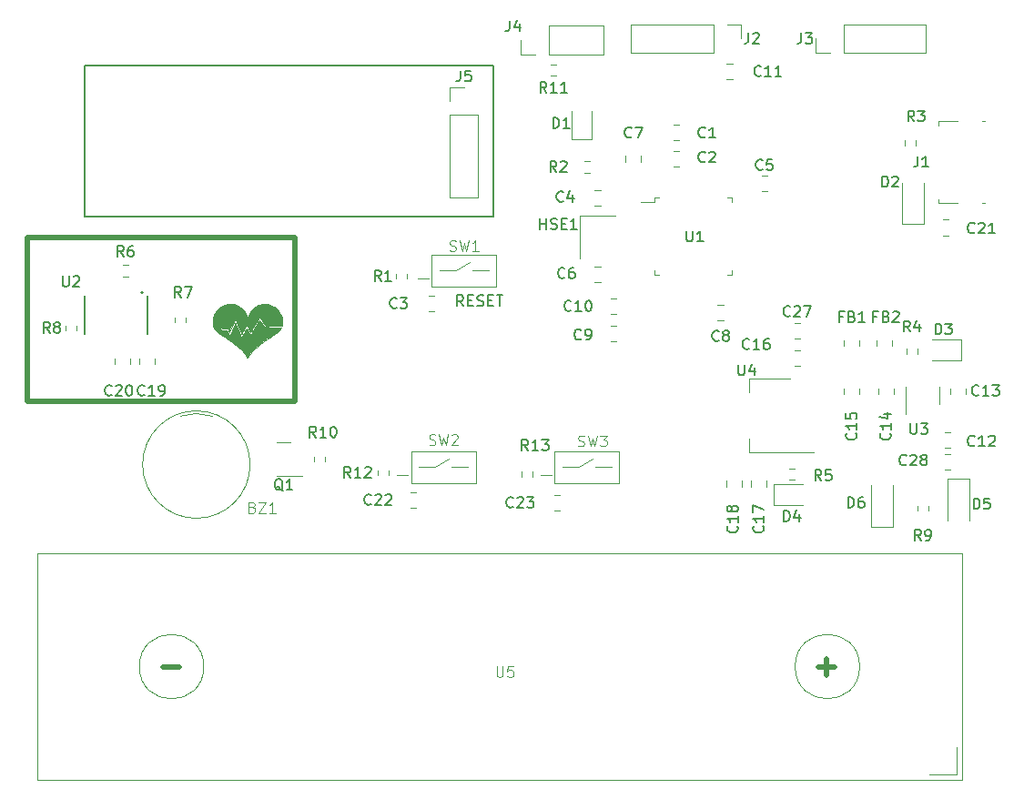
<source format=gbr>
%TF.GenerationSoftware,KiCad,Pcbnew,7.0.5*%
%TF.CreationDate,2024-07-05T18:30:49+07:00*%
%TF.ProjectId,project233,70726f6a-6563-4743-9233-332e6b696361,rev?*%
%TF.SameCoordinates,Original*%
%TF.FileFunction,Legend,Top*%
%TF.FilePolarity,Positive*%
%FSLAX46Y46*%
G04 Gerber Fmt 4.6, Leading zero omitted, Abs format (unit mm)*
G04 Created by KiCad (PCBNEW 7.0.5) date 2024-07-05 18:30:49*
%MOMM*%
%LPD*%
G01*
G04 APERTURE LIST*
%ADD10C,0.500000*%
%ADD11C,0.150000*%
%ADD12C,0.203200*%
%ADD13C,0.100000*%
%ADD14C,0.120000*%
%ADD15C,0.010000*%
%ADD16C,0.152400*%
G04 APERTURE END LIST*
D10*
X115062000Y-96774000D02*
X139954000Y-96774000D01*
X139954000Y-112014000D01*
X115062000Y-112014000D01*
X115062000Y-96774000D01*
D11*
X120446000Y-80772000D02*
X158446000Y-80772000D01*
X158446000Y-94772000D01*
X120446000Y-94772000D01*
X120446000Y-80772000D01*
D12*
X155642160Y-103116093D02*
X155303493Y-102632284D01*
X155061588Y-103116093D02*
X155061588Y-102100093D01*
X155061588Y-102100093D02*
X155448636Y-102100093D01*
X155448636Y-102100093D02*
X155545398Y-102148474D01*
X155545398Y-102148474D02*
X155593779Y-102196855D01*
X155593779Y-102196855D02*
X155642160Y-102293617D01*
X155642160Y-102293617D02*
X155642160Y-102438760D01*
X155642160Y-102438760D02*
X155593779Y-102535522D01*
X155593779Y-102535522D02*
X155545398Y-102583903D01*
X155545398Y-102583903D02*
X155448636Y-102632284D01*
X155448636Y-102632284D02*
X155061588Y-102632284D01*
X156077588Y-102583903D02*
X156416255Y-102583903D01*
X156561398Y-103116093D02*
X156077588Y-103116093D01*
X156077588Y-103116093D02*
X156077588Y-102100093D01*
X156077588Y-102100093D02*
X156561398Y-102100093D01*
X156948445Y-103067713D02*
X157093588Y-103116093D01*
X157093588Y-103116093D02*
X157335493Y-103116093D01*
X157335493Y-103116093D02*
X157432255Y-103067713D01*
X157432255Y-103067713D02*
X157480636Y-103019332D01*
X157480636Y-103019332D02*
X157529017Y-102922570D01*
X157529017Y-102922570D02*
X157529017Y-102825808D01*
X157529017Y-102825808D02*
X157480636Y-102729046D01*
X157480636Y-102729046D02*
X157432255Y-102680665D01*
X157432255Y-102680665D02*
X157335493Y-102632284D01*
X157335493Y-102632284D02*
X157141969Y-102583903D01*
X157141969Y-102583903D02*
X157045207Y-102535522D01*
X157045207Y-102535522D02*
X156996826Y-102487141D01*
X156996826Y-102487141D02*
X156948445Y-102390379D01*
X156948445Y-102390379D02*
X156948445Y-102293617D01*
X156948445Y-102293617D02*
X156996826Y-102196855D01*
X156996826Y-102196855D02*
X157045207Y-102148474D01*
X157045207Y-102148474D02*
X157141969Y-102100093D01*
X157141969Y-102100093D02*
X157383874Y-102100093D01*
X157383874Y-102100093D02*
X157529017Y-102148474D01*
X157964445Y-102583903D02*
X158303112Y-102583903D01*
X158448255Y-103116093D02*
X157964445Y-103116093D01*
X157964445Y-103116093D02*
X157964445Y-102100093D01*
X157964445Y-102100093D02*
X158448255Y-102100093D01*
X158738540Y-102100093D02*
X159319112Y-102100093D01*
X159028826Y-103116093D02*
X159028826Y-102100093D01*
D11*
%TO.C,R2*%
X164298333Y-90624819D02*
X163965000Y-90148628D01*
X163726905Y-90624819D02*
X163726905Y-89624819D01*
X163726905Y-89624819D02*
X164107857Y-89624819D01*
X164107857Y-89624819D02*
X164203095Y-89672438D01*
X164203095Y-89672438D02*
X164250714Y-89720057D01*
X164250714Y-89720057D02*
X164298333Y-89815295D01*
X164298333Y-89815295D02*
X164298333Y-89958152D01*
X164298333Y-89958152D02*
X164250714Y-90053390D01*
X164250714Y-90053390D02*
X164203095Y-90101009D01*
X164203095Y-90101009D02*
X164107857Y-90148628D01*
X164107857Y-90148628D02*
X163726905Y-90148628D01*
X164679286Y-89720057D02*
X164726905Y-89672438D01*
X164726905Y-89672438D02*
X164822143Y-89624819D01*
X164822143Y-89624819D02*
X165060238Y-89624819D01*
X165060238Y-89624819D02*
X165155476Y-89672438D01*
X165155476Y-89672438D02*
X165203095Y-89720057D01*
X165203095Y-89720057D02*
X165250714Y-89815295D01*
X165250714Y-89815295D02*
X165250714Y-89910533D01*
X165250714Y-89910533D02*
X165203095Y-90053390D01*
X165203095Y-90053390D02*
X164631667Y-90624819D01*
X164631667Y-90624819D02*
X165250714Y-90624819D01*
%TO.C,C22*%
X147058142Y-121517580D02*
X147010523Y-121565200D01*
X147010523Y-121565200D02*
X146867666Y-121612819D01*
X146867666Y-121612819D02*
X146772428Y-121612819D01*
X146772428Y-121612819D02*
X146629571Y-121565200D01*
X146629571Y-121565200D02*
X146534333Y-121469961D01*
X146534333Y-121469961D02*
X146486714Y-121374723D01*
X146486714Y-121374723D02*
X146439095Y-121184247D01*
X146439095Y-121184247D02*
X146439095Y-121041390D01*
X146439095Y-121041390D02*
X146486714Y-120850914D01*
X146486714Y-120850914D02*
X146534333Y-120755676D01*
X146534333Y-120755676D02*
X146629571Y-120660438D01*
X146629571Y-120660438D02*
X146772428Y-120612819D01*
X146772428Y-120612819D02*
X146867666Y-120612819D01*
X146867666Y-120612819D02*
X147010523Y-120660438D01*
X147010523Y-120660438D02*
X147058142Y-120708057D01*
X147439095Y-120708057D02*
X147486714Y-120660438D01*
X147486714Y-120660438D02*
X147581952Y-120612819D01*
X147581952Y-120612819D02*
X147820047Y-120612819D01*
X147820047Y-120612819D02*
X147915285Y-120660438D01*
X147915285Y-120660438D02*
X147962904Y-120708057D01*
X147962904Y-120708057D02*
X148010523Y-120803295D01*
X148010523Y-120803295D02*
X148010523Y-120898533D01*
X148010523Y-120898533D02*
X147962904Y-121041390D01*
X147962904Y-121041390D02*
X147391476Y-121612819D01*
X147391476Y-121612819D02*
X148010523Y-121612819D01*
X148391476Y-120708057D02*
X148439095Y-120660438D01*
X148439095Y-120660438D02*
X148534333Y-120612819D01*
X148534333Y-120612819D02*
X148772428Y-120612819D01*
X148772428Y-120612819D02*
X148867666Y-120660438D01*
X148867666Y-120660438D02*
X148915285Y-120708057D01*
X148915285Y-120708057D02*
X148962904Y-120803295D01*
X148962904Y-120803295D02*
X148962904Y-120898533D01*
X148962904Y-120898533D02*
X148915285Y-121041390D01*
X148915285Y-121041390D02*
X148343857Y-121612819D01*
X148343857Y-121612819D02*
X148962904Y-121612819D01*
%TO.C,U4*%
X181229095Y-108547819D02*
X181229095Y-109357342D01*
X181229095Y-109357342D02*
X181276714Y-109452580D01*
X181276714Y-109452580D02*
X181324333Y-109500200D01*
X181324333Y-109500200D02*
X181419571Y-109547819D01*
X181419571Y-109547819D02*
X181610047Y-109547819D01*
X181610047Y-109547819D02*
X181705285Y-109500200D01*
X181705285Y-109500200D02*
X181752904Y-109452580D01*
X181752904Y-109452580D02*
X181800523Y-109357342D01*
X181800523Y-109357342D02*
X181800523Y-108547819D01*
X182705285Y-108881152D02*
X182705285Y-109547819D01*
X182467190Y-108500200D02*
X182229095Y-109214485D01*
X182229095Y-109214485D02*
X182848142Y-109214485D01*
%TO.C,R13*%
X161663142Y-116532819D02*
X161329809Y-116056628D01*
X161091714Y-116532819D02*
X161091714Y-115532819D01*
X161091714Y-115532819D02*
X161472666Y-115532819D01*
X161472666Y-115532819D02*
X161567904Y-115580438D01*
X161567904Y-115580438D02*
X161615523Y-115628057D01*
X161615523Y-115628057D02*
X161663142Y-115723295D01*
X161663142Y-115723295D02*
X161663142Y-115866152D01*
X161663142Y-115866152D02*
X161615523Y-115961390D01*
X161615523Y-115961390D02*
X161567904Y-116009009D01*
X161567904Y-116009009D02*
X161472666Y-116056628D01*
X161472666Y-116056628D02*
X161091714Y-116056628D01*
X162615523Y-116532819D02*
X162044095Y-116532819D01*
X162329809Y-116532819D02*
X162329809Y-115532819D01*
X162329809Y-115532819D02*
X162234571Y-115675676D01*
X162234571Y-115675676D02*
X162139333Y-115770914D01*
X162139333Y-115770914D02*
X162044095Y-115818533D01*
X162948857Y-115532819D02*
X163567904Y-115532819D01*
X163567904Y-115532819D02*
X163234571Y-115913771D01*
X163234571Y-115913771D02*
X163377428Y-115913771D01*
X163377428Y-115913771D02*
X163472666Y-115961390D01*
X163472666Y-115961390D02*
X163520285Y-116009009D01*
X163520285Y-116009009D02*
X163567904Y-116104247D01*
X163567904Y-116104247D02*
X163567904Y-116342342D01*
X163567904Y-116342342D02*
X163520285Y-116437580D01*
X163520285Y-116437580D02*
X163472666Y-116485200D01*
X163472666Y-116485200D02*
X163377428Y-116532819D01*
X163377428Y-116532819D02*
X163091714Y-116532819D01*
X163091714Y-116532819D02*
X162996476Y-116485200D01*
X162996476Y-116485200D02*
X162948857Y-116437580D01*
%TO.C,R8*%
X117181333Y-105610819D02*
X116848000Y-105134628D01*
X116609905Y-105610819D02*
X116609905Y-104610819D01*
X116609905Y-104610819D02*
X116990857Y-104610819D01*
X116990857Y-104610819D02*
X117086095Y-104658438D01*
X117086095Y-104658438D02*
X117133714Y-104706057D01*
X117133714Y-104706057D02*
X117181333Y-104801295D01*
X117181333Y-104801295D02*
X117181333Y-104944152D01*
X117181333Y-104944152D02*
X117133714Y-105039390D01*
X117133714Y-105039390D02*
X117086095Y-105087009D01*
X117086095Y-105087009D02*
X116990857Y-105134628D01*
X116990857Y-105134628D02*
X116609905Y-105134628D01*
X117752762Y-105039390D02*
X117657524Y-104991771D01*
X117657524Y-104991771D02*
X117609905Y-104944152D01*
X117609905Y-104944152D02*
X117562286Y-104848914D01*
X117562286Y-104848914D02*
X117562286Y-104801295D01*
X117562286Y-104801295D02*
X117609905Y-104706057D01*
X117609905Y-104706057D02*
X117657524Y-104658438D01*
X117657524Y-104658438D02*
X117752762Y-104610819D01*
X117752762Y-104610819D02*
X117943238Y-104610819D01*
X117943238Y-104610819D02*
X118038476Y-104658438D01*
X118038476Y-104658438D02*
X118086095Y-104706057D01*
X118086095Y-104706057D02*
X118133714Y-104801295D01*
X118133714Y-104801295D02*
X118133714Y-104848914D01*
X118133714Y-104848914D02*
X118086095Y-104944152D01*
X118086095Y-104944152D02*
X118038476Y-104991771D01*
X118038476Y-104991771D02*
X117943238Y-105039390D01*
X117943238Y-105039390D02*
X117752762Y-105039390D01*
X117752762Y-105039390D02*
X117657524Y-105087009D01*
X117657524Y-105087009D02*
X117609905Y-105134628D01*
X117609905Y-105134628D02*
X117562286Y-105229866D01*
X117562286Y-105229866D02*
X117562286Y-105420342D01*
X117562286Y-105420342D02*
X117609905Y-105515580D01*
X117609905Y-105515580D02*
X117657524Y-105563200D01*
X117657524Y-105563200D02*
X117752762Y-105610819D01*
X117752762Y-105610819D02*
X117943238Y-105610819D01*
X117943238Y-105610819D02*
X118038476Y-105563200D01*
X118038476Y-105563200D02*
X118086095Y-105515580D01*
X118086095Y-105515580D02*
X118133714Y-105420342D01*
X118133714Y-105420342D02*
X118133714Y-105229866D01*
X118133714Y-105229866D02*
X118086095Y-105134628D01*
X118086095Y-105134628D02*
X118038476Y-105087009D01*
X118038476Y-105087009D02*
X117943238Y-105039390D01*
%TO.C,D5*%
X203096905Y-121993819D02*
X203096905Y-120993819D01*
X203096905Y-120993819D02*
X203335000Y-120993819D01*
X203335000Y-120993819D02*
X203477857Y-121041438D01*
X203477857Y-121041438D02*
X203573095Y-121136676D01*
X203573095Y-121136676D02*
X203620714Y-121231914D01*
X203620714Y-121231914D02*
X203668333Y-121422390D01*
X203668333Y-121422390D02*
X203668333Y-121565247D01*
X203668333Y-121565247D02*
X203620714Y-121755723D01*
X203620714Y-121755723D02*
X203573095Y-121850961D01*
X203573095Y-121850961D02*
X203477857Y-121946200D01*
X203477857Y-121946200D02*
X203335000Y-121993819D01*
X203335000Y-121993819D02*
X203096905Y-121993819D01*
X204573095Y-120993819D02*
X204096905Y-120993819D01*
X204096905Y-120993819D02*
X204049286Y-121470009D01*
X204049286Y-121470009D02*
X204096905Y-121422390D01*
X204096905Y-121422390D02*
X204192143Y-121374771D01*
X204192143Y-121374771D02*
X204430238Y-121374771D01*
X204430238Y-121374771D02*
X204525476Y-121422390D01*
X204525476Y-121422390D02*
X204573095Y-121470009D01*
X204573095Y-121470009D02*
X204620714Y-121565247D01*
X204620714Y-121565247D02*
X204620714Y-121803342D01*
X204620714Y-121803342D02*
X204573095Y-121898580D01*
X204573095Y-121898580D02*
X204525476Y-121946200D01*
X204525476Y-121946200D02*
X204430238Y-121993819D01*
X204430238Y-121993819D02*
X204192143Y-121993819D01*
X204192143Y-121993819D02*
X204096905Y-121946200D01*
X204096905Y-121946200D02*
X204049286Y-121898580D01*
%TO.C,C5*%
X183475333Y-90373580D02*
X183427714Y-90421200D01*
X183427714Y-90421200D02*
X183284857Y-90468819D01*
X183284857Y-90468819D02*
X183189619Y-90468819D01*
X183189619Y-90468819D02*
X183046762Y-90421200D01*
X183046762Y-90421200D02*
X182951524Y-90325961D01*
X182951524Y-90325961D02*
X182903905Y-90230723D01*
X182903905Y-90230723D02*
X182856286Y-90040247D01*
X182856286Y-90040247D02*
X182856286Y-89897390D01*
X182856286Y-89897390D02*
X182903905Y-89706914D01*
X182903905Y-89706914D02*
X182951524Y-89611676D01*
X182951524Y-89611676D02*
X183046762Y-89516438D01*
X183046762Y-89516438D02*
X183189619Y-89468819D01*
X183189619Y-89468819D02*
X183284857Y-89468819D01*
X183284857Y-89468819D02*
X183427714Y-89516438D01*
X183427714Y-89516438D02*
X183475333Y-89564057D01*
X184380095Y-89468819D02*
X183903905Y-89468819D01*
X183903905Y-89468819D02*
X183856286Y-89945009D01*
X183856286Y-89945009D02*
X183903905Y-89897390D01*
X183903905Y-89897390D02*
X183999143Y-89849771D01*
X183999143Y-89849771D02*
X184237238Y-89849771D01*
X184237238Y-89849771D02*
X184332476Y-89897390D01*
X184332476Y-89897390D02*
X184380095Y-89945009D01*
X184380095Y-89945009D02*
X184427714Y-90040247D01*
X184427714Y-90040247D02*
X184427714Y-90278342D01*
X184427714Y-90278342D02*
X184380095Y-90373580D01*
X184380095Y-90373580D02*
X184332476Y-90421200D01*
X184332476Y-90421200D02*
X184237238Y-90468819D01*
X184237238Y-90468819D02*
X183999143Y-90468819D01*
X183999143Y-90468819D02*
X183903905Y-90421200D01*
X183903905Y-90421200D02*
X183856286Y-90373580D01*
%TO.C,C10*%
X165661142Y-103483580D02*
X165613523Y-103531200D01*
X165613523Y-103531200D02*
X165470666Y-103578819D01*
X165470666Y-103578819D02*
X165375428Y-103578819D01*
X165375428Y-103578819D02*
X165232571Y-103531200D01*
X165232571Y-103531200D02*
X165137333Y-103435961D01*
X165137333Y-103435961D02*
X165089714Y-103340723D01*
X165089714Y-103340723D02*
X165042095Y-103150247D01*
X165042095Y-103150247D02*
X165042095Y-103007390D01*
X165042095Y-103007390D02*
X165089714Y-102816914D01*
X165089714Y-102816914D02*
X165137333Y-102721676D01*
X165137333Y-102721676D02*
X165232571Y-102626438D01*
X165232571Y-102626438D02*
X165375428Y-102578819D01*
X165375428Y-102578819D02*
X165470666Y-102578819D01*
X165470666Y-102578819D02*
X165613523Y-102626438D01*
X165613523Y-102626438D02*
X165661142Y-102674057D01*
X166613523Y-103578819D02*
X166042095Y-103578819D01*
X166327809Y-103578819D02*
X166327809Y-102578819D01*
X166327809Y-102578819D02*
X166232571Y-102721676D01*
X166232571Y-102721676D02*
X166137333Y-102816914D01*
X166137333Y-102816914D02*
X166042095Y-102864533D01*
X167232571Y-102578819D02*
X167327809Y-102578819D01*
X167327809Y-102578819D02*
X167423047Y-102626438D01*
X167423047Y-102626438D02*
X167470666Y-102674057D01*
X167470666Y-102674057D02*
X167518285Y-102769295D01*
X167518285Y-102769295D02*
X167565904Y-102959771D01*
X167565904Y-102959771D02*
X167565904Y-103197866D01*
X167565904Y-103197866D02*
X167518285Y-103388342D01*
X167518285Y-103388342D02*
X167470666Y-103483580D01*
X167470666Y-103483580D02*
X167423047Y-103531200D01*
X167423047Y-103531200D02*
X167327809Y-103578819D01*
X167327809Y-103578819D02*
X167232571Y-103578819D01*
X167232571Y-103578819D02*
X167137333Y-103531200D01*
X167137333Y-103531200D02*
X167089714Y-103483580D01*
X167089714Y-103483580D02*
X167042095Y-103388342D01*
X167042095Y-103388342D02*
X166994476Y-103197866D01*
X166994476Y-103197866D02*
X166994476Y-102959771D01*
X166994476Y-102959771D02*
X167042095Y-102769295D01*
X167042095Y-102769295D02*
X167089714Y-102674057D01*
X167089714Y-102674057D02*
X167137333Y-102626438D01*
X167137333Y-102626438D02*
X167232571Y-102578819D01*
%TO.C,C6*%
X165060333Y-100435580D02*
X165012714Y-100483200D01*
X165012714Y-100483200D02*
X164869857Y-100530819D01*
X164869857Y-100530819D02*
X164774619Y-100530819D01*
X164774619Y-100530819D02*
X164631762Y-100483200D01*
X164631762Y-100483200D02*
X164536524Y-100387961D01*
X164536524Y-100387961D02*
X164488905Y-100292723D01*
X164488905Y-100292723D02*
X164441286Y-100102247D01*
X164441286Y-100102247D02*
X164441286Y-99959390D01*
X164441286Y-99959390D02*
X164488905Y-99768914D01*
X164488905Y-99768914D02*
X164536524Y-99673676D01*
X164536524Y-99673676D02*
X164631762Y-99578438D01*
X164631762Y-99578438D02*
X164774619Y-99530819D01*
X164774619Y-99530819D02*
X164869857Y-99530819D01*
X164869857Y-99530819D02*
X165012714Y-99578438D01*
X165012714Y-99578438D02*
X165060333Y-99626057D01*
X165917476Y-99530819D02*
X165727000Y-99530819D01*
X165727000Y-99530819D02*
X165631762Y-99578438D01*
X165631762Y-99578438D02*
X165584143Y-99626057D01*
X165584143Y-99626057D02*
X165488905Y-99768914D01*
X165488905Y-99768914D02*
X165441286Y-99959390D01*
X165441286Y-99959390D02*
X165441286Y-100340342D01*
X165441286Y-100340342D02*
X165488905Y-100435580D01*
X165488905Y-100435580D02*
X165536524Y-100483200D01*
X165536524Y-100483200D02*
X165631762Y-100530819D01*
X165631762Y-100530819D02*
X165822238Y-100530819D01*
X165822238Y-100530819D02*
X165917476Y-100483200D01*
X165917476Y-100483200D02*
X165965095Y-100435580D01*
X165965095Y-100435580D02*
X166012714Y-100340342D01*
X166012714Y-100340342D02*
X166012714Y-100102247D01*
X166012714Y-100102247D02*
X165965095Y-100007009D01*
X165965095Y-100007009D02*
X165917476Y-99959390D01*
X165917476Y-99959390D02*
X165822238Y-99911771D01*
X165822238Y-99911771D02*
X165631762Y-99911771D01*
X165631762Y-99911771D02*
X165536524Y-99959390D01*
X165536524Y-99959390D02*
X165488905Y-100007009D01*
X165488905Y-100007009D02*
X165441286Y-100102247D01*
%TO.C,C27*%
X186047142Y-103991580D02*
X185999523Y-104039200D01*
X185999523Y-104039200D02*
X185856666Y-104086819D01*
X185856666Y-104086819D02*
X185761428Y-104086819D01*
X185761428Y-104086819D02*
X185618571Y-104039200D01*
X185618571Y-104039200D02*
X185523333Y-103943961D01*
X185523333Y-103943961D02*
X185475714Y-103848723D01*
X185475714Y-103848723D02*
X185428095Y-103658247D01*
X185428095Y-103658247D02*
X185428095Y-103515390D01*
X185428095Y-103515390D02*
X185475714Y-103324914D01*
X185475714Y-103324914D02*
X185523333Y-103229676D01*
X185523333Y-103229676D02*
X185618571Y-103134438D01*
X185618571Y-103134438D02*
X185761428Y-103086819D01*
X185761428Y-103086819D02*
X185856666Y-103086819D01*
X185856666Y-103086819D02*
X185999523Y-103134438D01*
X185999523Y-103134438D02*
X186047142Y-103182057D01*
X186428095Y-103182057D02*
X186475714Y-103134438D01*
X186475714Y-103134438D02*
X186570952Y-103086819D01*
X186570952Y-103086819D02*
X186809047Y-103086819D01*
X186809047Y-103086819D02*
X186904285Y-103134438D01*
X186904285Y-103134438D02*
X186951904Y-103182057D01*
X186951904Y-103182057D02*
X186999523Y-103277295D01*
X186999523Y-103277295D02*
X186999523Y-103372533D01*
X186999523Y-103372533D02*
X186951904Y-103515390D01*
X186951904Y-103515390D02*
X186380476Y-104086819D01*
X186380476Y-104086819D02*
X186999523Y-104086819D01*
X187332857Y-103086819D02*
X187999523Y-103086819D01*
X187999523Y-103086819D02*
X187570952Y-104086819D01*
%TO.C,FB1*%
X190936666Y-104071009D02*
X190603333Y-104071009D01*
X190603333Y-104594819D02*
X190603333Y-103594819D01*
X190603333Y-103594819D02*
X191079523Y-103594819D01*
X191793809Y-104071009D02*
X191936666Y-104118628D01*
X191936666Y-104118628D02*
X191984285Y-104166247D01*
X191984285Y-104166247D02*
X192031904Y-104261485D01*
X192031904Y-104261485D02*
X192031904Y-104404342D01*
X192031904Y-104404342D02*
X191984285Y-104499580D01*
X191984285Y-104499580D02*
X191936666Y-104547200D01*
X191936666Y-104547200D02*
X191841428Y-104594819D01*
X191841428Y-104594819D02*
X191460476Y-104594819D01*
X191460476Y-104594819D02*
X191460476Y-103594819D01*
X191460476Y-103594819D02*
X191793809Y-103594819D01*
X191793809Y-103594819D02*
X191889047Y-103642438D01*
X191889047Y-103642438D02*
X191936666Y-103690057D01*
X191936666Y-103690057D02*
X191984285Y-103785295D01*
X191984285Y-103785295D02*
X191984285Y-103880533D01*
X191984285Y-103880533D02*
X191936666Y-103975771D01*
X191936666Y-103975771D02*
X191889047Y-104023390D01*
X191889047Y-104023390D02*
X191793809Y-104071009D01*
X191793809Y-104071009D02*
X191460476Y-104071009D01*
X192984285Y-104594819D02*
X192412857Y-104594819D01*
X192698571Y-104594819D02*
X192698571Y-103594819D01*
X192698571Y-103594819D02*
X192603333Y-103737676D01*
X192603333Y-103737676D02*
X192508095Y-103832914D01*
X192508095Y-103832914D02*
X192412857Y-103880533D01*
%TO.C,R5*%
X188936333Y-119326819D02*
X188603000Y-118850628D01*
X188364905Y-119326819D02*
X188364905Y-118326819D01*
X188364905Y-118326819D02*
X188745857Y-118326819D01*
X188745857Y-118326819D02*
X188841095Y-118374438D01*
X188841095Y-118374438D02*
X188888714Y-118422057D01*
X188888714Y-118422057D02*
X188936333Y-118517295D01*
X188936333Y-118517295D02*
X188936333Y-118660152D01*
X188936333Y-118660152D02*
X188888714Y-118755390D01*
X188888714Y-118755390D02*
X188841095Y-118803009D01*
X188841095Y-118803009D02*
X188745857Y-118850628D01*
X188745857Y-118850628D02*
X188364905Y-118850628D01*
X189841095Y-118326819D02*
X189364905Y-118326819D01*
X189364905Y-118326819D02*
X189317286Y-118803009D01*
X189317286Y-118803009D02*
X189364905Y-118755390D01*
X189364905Y-118755390D02*
X189460143Y-118707771D01*
X189460143Y-118707771D02*
X189698238Y-118707771D01*
X189698238Y-118707771D02*
X189793476Y-118755390D01*
X189793476Y-118755390D02*
X189841095Y-118803009D01*
X189841095Y-118803009D02*
X189888714Y-118898247D01*
X189888714Y-118898247D02*
X189888714Y-119136342D01*
X189888714Y-119136342D02*
X189841095Y-119231580D01*
X189841095Y-119231580D02*
X189793476Y-119279200D01*
X189793476Y-119279200D02*
X189698238Y-119326819D01*
X189698238Y-119326819D02*
X189460143Y-119326819D01*
X189460143Y-119326819D02*
X189364905Y-119279200D01*
X189364905Y-119279200D02*
X189317286Y-119231580D01*
%TO.C,C11*%
X183319142Y-81639580D02*
X183271523Y-81687200D01*
X183271523Y-81687200D02*
X183128666Y-81734819D01*
X183128666Y-81734819D02*
X183033428Y-81734819D01*
X183033428Y-81734819D02*
X182890571Y-81687200D01*
X182890571Y-81687200D02*
X182795333Y-81591961D01*
X182795333Y-81591961D02*
X182747714Y-81496723D01*
X182747714Y-81496723D02*
X182700095Y-81306247D01*
X182700095Y-81306247D02*
X182700095Y-81163390D01*
X182700095Y-81163390D02*
X182747714Y-80972914D01*
X182747714Y-80972914D02*
X182795333Y-80877676D01*
X182795333Y-80877676D02*
X182890571Y-80782438D01*
X182890571Y-80782438D02*
X183033428Y-80734819D01*
X183033428Y-80734819D02*
X183128666Y-80734819D01*
X183128666Y-80734819D02*
X183271523Y-80782438D01*
X183271523Y-80782438D02*
X183319142Y-80830057D01*
X184271523Y-81734819D02*
X183700095Y-81734819D01*
X183985809Y-81734819D02*
X183985809Y-80734819D01*
X183985809Y-80734819D02*
X183890571Y-80877676D01*
X183890571Y-80877676D02*
X183795333Y-80972914D01*
X183795333Y-80972914D02*
X183700095Y-81020533D01*
X185223904Y-81734819D02*
X184652476Y-81734819D01*
X184938190Y-81734819D02*
X184938190Y-80734819D01*
X184938190Y-80734819D02*
X184842952Y-80877676D01*
X184842952Y-80877676D02*
X184747714Y-80972914D01*
X184747714Y-80972914D02*
X184652476Y-81020533D01*
%TO.C,C15*%
X192129580Y-114942857D02*
X192177200Y-114990476D01*
X192177200Y-114990476D02*
X192224819Y-115133333D01*
X192224819Y-115133333D02*
X192224819Y-115228571D01*
X192224819Y-115228571D02*
X192177200Y-115371428D01*
X192177200Y-115371428D02*
X192081961Y-115466666D01*
X192081961Y-115466666D02*
X191986723Y-115514285D01*
X191986723Y-115514285D02*
X191796247Y-115561904D01*
X191796247Y-115561904D02*
X191653390Y-115561904D01*
X191653390Y-115561904D02*
X191462914Y-115514285D01*
X191462914Y-115514285D02*
X191367676Y-115466666D01*
X191367676Y-115466666D02*
X191272438Y-115371428D01*
X191272438Y-115371428D02*
X191224819Y-115228571D01*
X191224819Y-115228571D02*
X191224819Y-115133333D01*
X191224819Y-115133333D02*
X191272438Y-114990476D01*
X191272438Y-114990476D02*
X191320057Y-114942857D01*
X192224819Y-113990476D02*
X192224819Y-114561904D01*
X192224819Y-114276190D02*
X191224819Y-114276190D01*
X191224819Y-114276190D02*
X191367676Y-114371428D01*
X191367676Y-114371428D02*
X191462914Y-114466666D01*
X191462914Y-114466666D02*
X191510533Y-114561904D01*
X191224819Y-113085714D02*
X191224819Y-113561904D01*
X191224819Y-113561904D02*
X191701009Y-113609523D01*
X191701009Y-113609523D02*
X191653390Y-113561904D01*
X191653390Y-113561904D02*
X191605771Y-113466666D01*
X191605771Y-113466666D02*
X191605771Y-113228571D01*
X191605771Y-113228571D02*
X191653390Y-113133333D01*
X191653390Y-113133333D02*
X191701009Y-113085714D01*
X191701009Y-113085714D02*
X191796247Y-113038095D01*
X191796247Y-113038095D02*
X192034342Y-113038095D01*
X192034342Y-113038095D02*
X192129580Y-113085714D01*
X192129580Y-113085714D02*
X192177200Y-113133333D01*
X192177200Y-113133333D02*
X192224819Y-113228571D01*
X192224819Y-113228571D02*
X192224819Y-113466666D01*
X192224819Y-113466666D02*
X192177200Y-113561904D01*
X192177200Y-113561904D02*
X192129580Y-113609523D01*
%TO.C,C12*%
X203192142Y-116056580D02*
X203144523Y-116104200D01*
X203144523Y-116104200D02*
X203001666Y-116151819D01*
X203001666Y-116151819D02*
X202906428Y-116151819D01*
X202906428Y-116151819D02*
X202763571Y-116104200D01*
X202763571Y-116104200D02*
X202668333Y-116008961D01*
X202668333Y-116008961D02*
X202620714Y-115913723D01*
X202620714Y-115913723D02*
X202573095Y-115723247D01*
X202573095Y-115723247D02*
X202573095Y-115580390D01*
X202573095Y-115580390D02*
X202620714Y-115389914D01*
X202620714Y-115389914D02*
X202668333Y-115294676D01*
X202668333Y-115294676D02*
X202763571Y-115199438D01*
X202763571Y-115199438D02*
X202906428Y-115151819D01*
X202906428Y-115151819D02*
X203001666Y-115151819D01*
X203001666Y-115151819D02*
X203144523Y-115199438D01*
X203144523Y-115199438D02*
X203192142Y-115247057D01*
X204144523Y-116151819D02*
X203573095Y-116151819D01*
X203858809Y-116151819D02*
X203858809Y-115151819D01*
X203858809Y-115151819D02*
X203763571Y-115294676D01*
X203763571Y-115294676D02*
X203668333Y-115389914D01*
X203668333Y-115389914D02*
X203573095Y-115437533D01*
X204525476Y-115247057D02*
X204573095Y-115199438D01*
X204573095Y-115199438D02*
X204668333Y-115151819D01*
X204668333Y-115151819D02*
X204906428Y-115151819D01*
X204906428Y-115151819D02*
X205001666Y-115199438D01*
X205001666Y-115199438D02*
X205049285Y-115247057D01*
X205049285Y-115247057D02*
X205096904Y-115342295D01*
X205096904Y-115342295D02*
X205096904Y-115437533D01*
X205096904Y-115437533D02*
X205049285Y-115580390D01*
X205049285Y-115580390D02*
X204477857Y-116151819D01*
X204477857Y-116151819D02*
X205096904Y-116151819D01*
%TO.C,U1*%
X176403095Y-96101819D02*
X176403095Y-96911342D01*
X176403095Y-96911342D02*
X176450714Y-97006580D01*
X176450714Y-97006580D02*
X176498333Y-97054200D01*
X176498333Y-97054200D02*
X176593571Y-97101819D01*
X176593571Y-97101819D02*
X176784047Y-97101819D01*
X176784047Y-97101819D02*
X176879285Y-97054200D01*
X176879285Y-97054200D02*
X176926904Y-97006580D01*
X176926904Y-97006580D02*
X176974523Y-96911342D01*
X176974523Y-96911342D02*
X176974523Y-96101819D01*
X177974523Y-97101819D02*
X177403095Y-97101819D01*
X177688809Y-97101819D02*
X177688809Y-96101819D01*
X177688809Y-96101819D02*
X177593571Y-96244676D01*
X177593571Y-96244676D02*
X177498333Y-96339914D01*
X177498333Y-96339914D02*
X177403095Y-96387533D01*
%TO.C,R6*%
X124039333Y-98498819D02*
X123706000Y-98022628D01*
X123467905Y-98498819D02*
X123467905Y-97498819D01*
X123467905Y-97498819D02*
X123848857Y-97498819D01*
X123848857Y-97498819D02*
X123944095Y-97546438D01*
X123944095Y-97546438D02*
X123991714Y-97594057D01*
X123991714Y-97594057D02*
X124039333Y-97689295D01*
X124039333Y-97689295D02*
X124039333Y-97832152D01*
X124039333Y-97832152D02*
X123991714Y-97927390D01*
X123991714Y-97927390D02*
X123944095Y-97975009D01*
X123944095Y-97975009D02*
X123848857Y-98022628D01*
X123848857Y-98022628D02*
X123467905Y-98022628D01*
X124896476Y-97498819D02*
X124706000Y-97498819D01*
X124706000Y-97498819D02*
X124610762Y-97546438D01*
X124610762Y-97546438D02*
X124563143Y-97594057D01*
X124563143Y-97594057D02*
X124467905Y-97736914D01*
X124467905Y-97736914D02*
X124420286Y-97927390D01*
X124420286Y-97927390D02*
X124420286Y-98308342D01*
X124420286Y-98308342D02*
X124467905Y-98403580D01*
X124467905Y-98403580D02*
X124515524Y-98451200D01*
X124515524Y-98451200D02*
X124610762Y-98498819D01*
X124610762Y-98498819D02*
X124801238Y-98498819D01*
X124801238Y-98498819D02*
X124896476Y-98451200D01*
X124896476Y-98451200D02*
X124944095Y-98403580D01*
X124944095Y-98403580D02*
X124991714Y-98308342D01*
X124991714Y-98308342D02*
X124991714Y-98070247D01*
X124991714Y-98070247D02*
X124944095Y-97975009D01*
X124944095Y-97975009D02*
X124896476Y-97927390D01*
X124896476Y-97927390D02*
X124801238Y-97879771D01*
X124801238Y-97879771D02*
X124610762Y-97879771D01*
X124610762Y-97879771D02*
X124515524Y-97927390D01*
X124515524Y-97927390D02*
X124467905Y-97975009D01*
X124467905Y-97975009D02*
X124420286Y-98070247D01*
%TO.C,C3*%
X149439333Y-103229580D02*
X149391714Y-103277200D01*
X149391714Y-103277200D02*
X149248857Y-103324819D01*
X149248857Y-103324819D02*
X149153619Y-103324819D01*
X149153619Y-103324819D02*
X149010762Y-103277200D01*
X149010762Y-103277200D02*
X148915524Y-103181961D01*
X148915524Y-103181961D02*
X148867905Y-103086723D01*
X148867905Y-103086723D02*
X148820286Y-102896247D01*
X148820286Y-102896247D02*
X148820286Y-102753390D01*
X148820286Y-102753390D02*
X148867905Y-102562914D01*
X148867905Y-102562914D02*
X148915524Y-102467676D01*
X148915524Y-102467676D02*
X149010762Y-102372438D01*
X149010762Y-102372438D02*
X149153619Y-102324819D01*
X149153619Y-102324819D02*
X149248857Y-102324819D01*
X149248857Y-102324819D02*
X149391714Y-102372438D01*
X149391714Y-102372438D02*
X149439333Y-102420057D01*
X149772667Y-102324819D02*
X150391714Y-102324819D01*
X150391714Y-102324819D02*
X150058381Y-102705771D01*
X150058381Y-102705771D02*
X150201238Y-102705771D01*
X150201238Y-102705771D02*
X150296476Y-102753390D01*
X150296476Y-102753390D02*
X150344095Y-102801009D01*
X150344095Y-102801009D02*
X150391714Y-102896247D01*
X150391714Y-102896247D02*
X150391714Y-103134342D01*
X150391714Y-103134342D02*
X150344095Y-103229580D01*
X150344095Y-103229580D02*
X150296476Y-103277200D01*
X150296476Y-103277200D02*
X150201238Y-103324819D01*
X150201238Y-103324819D02*
X149915524Y-103324819D01*
X149915524Y-103324819D02*
X149820286Y-103277200D01*
X149820286Y-103277200D02*
X149772667Y-103229580D01*
%TO.C,C16*%
X182237142Y-107039580D02*
X182189523Y-107087200D01*
X182189523Y-107087200D02*
X182046666Y-107134819D01*
X182046666Y-107134819D02*
X181951428Y-107134819D01*
X181951428Y-107134819D02*
X181808571Y-107087200D01*
X181808571Y-107087200D02*
X181713333Y-106991961D01*
X181713333Y-106991961D02*
X181665714Y-106896723D01*
X181665714Y-106896723D02*
X181618095Y-106706247D01*
X181618095Y-106706247D02*
X181618095Y-106563390D01*
X181618095Y-106563390D02*
X181665714Y-106372914D01*
X181665714Y-106372914D02*
X181713333Y-106277676D01*
X181713333Y-106277676D02*
X181808571Y-106182438D01*
X181808571Y-106182438D02*
X181951428Y-106134819D01*
X181951428Y-106134819D02*
X182046666Y-106134819D01*
X182046666Y-106134819D02*
X182189523Y-106182438D01*
X182189523Y-106182438D02*
X182237142Y-106230057D01*
X183189523Y-107134819D02*
X182618095Y-107134819D01*
X182903809Y-107134819D02*
X182903809Y-106134819D01*
X182903809Y-106134819D02*
X182808571Y-106277676D01*
X182808571Y-106277676D02*
X182713333Y-106372914D01*
X182713333Y-106372914D02*
X182618095Y-106420533D01*
X184046666Y-106134819D02*
X183856190Y-106134819D01*
X183856190Y-106134819D02*
X183760952Y-106182438D01*
X183760952Y-106182438D02*
X183713333Y-106230057D01*
X183713333Y-106230057D02*
X183618095Y-106372914D01*
X183618095Y-106372914D02*
X183570476Y-106563390D01*
X183570476Y-106563390D02*
X183570476Y-106944342D01*
X183570476Y-106944342D02*
X183618095Y-107039580D01*
X183618095Y-107039580D02*
X183665714Y-107087200D01*
X183665714Y-107087200D02*
X183760952Y-107134819D01*
X183760952Y-107134819D02*
X183951428Y-107134819D01*
X183951428Y-107134819D02*
X184046666Y-107087200D01*
X184046666Y-107087200D02*
X184094285Y-107039580D01*
X184094285Y-107039580D02*
X184141904Y-106944342D01*
X184141904Y-106944342D02*
X184141904Y-106706247D01*
X184141904Y-106706247D02*
X184094285Y-106611009D01*
X184094285Y-106611009D02*
X184046666Y-106563390D01*
X184046666Y-106563390D02*
X183951428Y-106515771D01*
X183951428Y-106515771D02*
X183760952Y-106515771D01*
X183760952Y-106515771D02*
X183665714Y-106563390D01*
X183665714Y-106563390D02*
X183618095Y-106611009D01*
X183618095Y-106611009D02*
X183570476Y-106706247D01*
%TO.C,HSE1*%
X162774524Y-95958819D02*
X162774524Y-94958819D01*
X162774524Y-95435009D02*
X163345952Y-95435009D01*
X163345952Y-95958819D02*
X163345952Y-94958819D01*
X163774524Y-95911200D02*
X163917381Y-95958819D01*
X163917381Y-95958819D02*
X164155476Y-95958819D01*
X164155476Y-95958819D02*
X164250714Y-95911200D01*
X164250714Y-95911200D02*
X164298333Y-95863580D01*
X164298333Y-95863580D02*
X164345952Y-95768342D01*
X164345952Y-95768342D02*
X164345952Y-95673104D01*
X164345952Y-95673104D02*
X164298333Y-95577866D01*
X164298333Y-95577866D02*
X164250714Y-95530247D01*
X164250714Y-95530247D02*
X164155476Y-95482628D01*
X164155476Y-95482628D02*
X163965000Y-95435009D01*
X163965000Y-95435009D02*
X163869762Y-95387390D01*
X163869762Y-95387390D02*
X163822143Y-95339771D01*
X163822143Y-95339771D02*
X163774524Y-95244533D01*
X163774524Y-95244533D02*
X163774524Y-95149295D01*
X163774524Y-95149295D02*
X163822143Y-95054057D01*
X163822143Y-95054057D02*
X163869762Y-95006438D01*
X163869762Y-95006438D02*
X163965000Y-94958819D01*
X163965000Y-94958819D02*
X164203095Y-94958819D01*
X164203095Y-94958819D02*
X164345952Y-95006438D01*
X164774524Y-95435009D02*
X165107857Y-95435009D01*
X165250714Y-95958819D02*
X164774524Y-95958819D01*
X164774524Y-95958819D02*
X164774524Y-94958819D01*
X164774524Y-94958819D02*
X165250714Y-94958819D01*
X166203095Y-95958819D02*
X165631667Y-95958819D01*
X165917381Y-95958819D02*
X165917381Y-94958819D01*
X165917381Y-94958819D02*
X165822143Y-95101676D01*
X165822143Y-95101676D02*
X165726905Y-95196914D01*
X165726905Y-95196914D02*
X165631667Y-95244533D01*
%TO.C,D4*%
X185443905Y-123136819D02*
X185443905Y-122136819D01*
X185443905Y-122136819D02*
X185682000Y-122136819D01*
X185682000Y-122136819D02*
X185824857Y-122184438D01*
X185824857Y-122184438D02*
X185920095Y-122279676D01*
X185920095Y-122279676D02*
X185967714Y-122374914D01*
X185967714Y-122374914D02*
X186015333Y-122565390D01*
X186015333Y-122565390D02*
X186015333Y-122708247D01*
X186015333Y-122708247D02*
X185967714Y-122898723D01*
X185967714Y-122898723D02*
X185920095Y-122993961D01*
X185920095Y-122993961D02*
X185824857Y-123089200D01*
X185824857Y-123089200D02*
X185682000Y-123136819D01*
X185682000Y-123136819D02*
X185443905Y-123136819D01*
X186872476Y-122470152D02*
X186872476Y-123136819D01*
X186634381Y-122089200D02*
X186396286Y-122803485D01*
X186396286Y-122803485D02*
X187015333Y-122803485D01*
%TO.C,D3*%
X199540905Y-105737819D02*
X199540905Y-104737819D01*
X199540905Y-104737819D02*
X199779000Y-104737819D01*
X199779000Y-104737819D02*
X199921857Y-104785438D01*
X199921857Y-104785438D02*
X200017095Y-104880676D01*
X200017095Y-104880676D02*
X200064714Y-104975914D01*
X200064714Y-104975914D02*
X200112333Y-105166390D01*
X200112333Y-105166390D02*
X200112333Y-105309247D01*
X200112333Y-105309247D02*
X200064714Y-105499723D01*
X200064714Y-105499723D02*
X200017095Y-105594961D01*
X200017095Y-105594961D02*
X199921857Y-105690200D01*
X199921857Y-105690200D02*
X199779000Y-105737819D01*
X199779000Y-105737819D02*
X199540905Y-105737819D01*
X200445667Y-104737819D02*
X201064714Y-104737819D01*
X201064714Y-104737819D02*
X200731381Y-105118771D01*
X200731381Y-105118771D02*
X200874238Y-105118771D01*
X200874238Y-105118771D02*
X200969476Y-105166390D01*
X200969476Y-105166390D02*
X201017095Y-105214009D01*
X201017095Y-105214009D02*
X201064714Y-105309247D01*
X201064714Y-105309247D02*
X201064714Y-105547342D01*
X201064714Y-105547342D02*
X201017095Y-105642580D01*
X201017095Y-105642580D02*
X200969476Y-105690200D01*
X200969476Y-105690200D02*
X200874238Y-105737819D01*
X200874238Y-105737819D02*
X200588524Y-105737819D01*
X200588524Y-105737819D02*
X200493286Y-105690200D01*
X200493286Y-105690200D02*
X200445667Y-105642580D01*
%TO.C,C13*%
X203573142Y-111357580D02*
X203525523Y-111405200D01*
X203525523Y-111405200D02*
X203382666Y-111452819D01*
X203382666Y-111452819D02*
X203287428Y-111452819D01*
X203287428Y-111452819D02*
X203144571Y-111405200D01*
X203144571Y-111405200D02*
X203049333Y-111309961D01*
X203049333Y-111309961D02*
X203001714Y-111214723D01*
X203001714Y-111214723D02*
X202954095Y-111024247D01*
X202954095Y-111024247D02*
X202954095Y-110881390D01*
X202954095Y-110881390D02*
X203001714Y-110690914D01*
X203001714Y-110690914D02*
X203049333Y-110595676D01*
X203049333Y-110595676D02*
X203144571Y-110500438D01*
X203144571Y-110500438D02*
X203287428Y-110452819D01*
X203287428Y-110452819D02*
X203382666Y-110452819D01*
X203382666Y-110452819D02*
X203525523Y-110500438D01*
X203525523Y-110500438D02*
X203573142Y-110548057D01*
X204525523Y-111452819D02*
X203954095Y-111452819D01*
X204239809Y-111452819D02*
X204239809Y-110452819D01*
X204239809Y-110452819D02*
X204144571Y-110595676D01*
X204144571Y-110595676D02*
X204049333Y-110690914D01*
X204049333Y-110690914D02*
X203954095Y-110738533D01*
X204858857Y-110452819D02*
X205477904Y-110452819D01*
X205477904Y-110452819D02*
X205144571Y-110833771D01*
X205144571Y-110833771D02*
X205287428Y-110833771D01*
X205287428Y-110833771D02*
X205382666Y-110881390D01*
X205382666Y-110881390D02*
X205430285Y-110929009D01*
X205430285Y-110929009D02*
X205477904Y-111024247D01*
X205477904Y-111024247D02*
X205477904Y-111262342D01*
X205477904Y-111262342D02*
X205430285Y-111357580D01*
X205430285Y-111357580D02*
X205382666Y-111405200D01*
X205382666Y-111405200D02*
X205287428Y-111452819D01*
X205287428Y-111452819D02*
X205001714Y-111452819D01*
X205001714Y-111452819D02*
X204906476Y-111405200D01*
X204906476Y-111405200D02*
X204858857Y-111357580D01*
%TO.C,C1*%
X178141333Y-87354580D02*
X178093714Y-87402200D01*
X178093714Y-87402200D02*
X177950857Y-87449819D01*
X177950857Y-87449819D02*
X177855619Y-87449819D01*
X177855619Y-87449819D02*
X177712762Y-87402200D01*
X177712762Y-87402200D02*
X177617524Y-87306961D01*
X177617524Y-87306961D02*
X177569905Y-87211723D01*
X177569905Y-87211723D02*
X177522286Y-87021247D01*
X177522286Y-87021247D02*
X177522286Y-86878390D01*
X177522286Y-86878390D02*
X177569905Y-86687914D01*
X177569905Y-86687914D02*
X177617524Y-86592676D01*
X177617524Y-86592676D02*
X177712762Y-86497438D01*
X177712762Y-86497438D02*
X177855619Y-86449819D01*
X177855619Y-86449819D02*
X177950857Y-86449819D01*
X177950857Y-86449819D02*
X178093714Y-86497438D01*
X178093714Y-86497438D02*
X178141333Y-86545057D01*
X179093714Y-87449819D02*
X178522286Y-87449819D01*
X178808000Y-87449819D02*
X178808000Y-86449819D01*
X178808000Y-86449819D02*
X178712762Y-86592676D01*
X178712762Y-86592676D02*
X178617524Y-86687914D01*
X178617524Y-86687914D02*
X178522286Y-86735533D01*
D13*
%TO.C,SW3*%
X166306667Y-116106800D02*
X166449524Y-116154419D01*
X166449524Y-116154419D02*
X166687619Y-116154419D01*
X166687619Y-116154419D02*
X166782857Y-116106800D01*
X166782857Y-116106800D02*
X166830476Y-116059180D01*
X166830476Y-116059180D02*
X166878095Y-115963942D01*
X166878095Y-115963942D02*
X166878095Y-115868704D01*
X166878095Y-115868704D02*
X166830476Y-115773466D01*
X166830476Y-115773466D02*
X166782857Y-115725847D01*
X166782857Y-115725847D02*
X166687619Y-115678228D01*
X166687619Y-115678228D02*
X166497143Y-115630609D01*
X166497143Y-115630609D02*
X166401905Y-115582990D01*
X166401905Y-115582990D02*
X166354286Y-115535371D01*
X166354286Y-115535371D02*
X166306667Y-115440133D01*
X166306667Y-115440133D02*
X166306667Y-115344895D01*
X166306667Y-115344895D02*
X166354286Y-115249657D01*
X166354286Y-115249657D02*
X166401905Y-115202038D01*
X166401905Y-115202038D02*
X166497143Y-115154419D01*
X166497143Y-115154419D02*
X166735238Y-115154419D01*
X166735238Y-115154419D02*
X166878095Y-115202038D01*
X167211429Y-115154419D02*
X167449524Y-116154419D01*
X167449524Y-116154419D02*
X167640000Y-115440133D01*
X167640000Y-115440133D02*
X167830476Y-116154419D01*
X167830476Y-116154419D02*
X168068572Y-115154419D01*
X168354286Y-115154419D02*
X168973333Y-115154419D01*
X168973333Y-115154419D02*
X168640000Y-115535371D01*
X168640000Y-115535371D02*
X168782857Y-115535371D01*
X168782857Y-115535371D02*
X168878095Y-115582990D01*
X168878095Y-115582990D02*
X168925714Y-115630609D01*
X168925714Y-115630609D02*
X168973333Y-115725847D01*
X168973333Y-115725847D02*
X168973333Y-115963942D01*
X168973333Y-115963942D02*
X168925714Y-116059180D01*
X168925714Y-116059180D02*
X168878095Y-116106800D01*
X168878095Y-116106800D02*
X168782857Y-116154419D01*
X168782857Y-116154419D02*
X168497143Y-116154419D01*
X168497143Y-116154419D02*
X168401905Y-116106800D01*
X168401905Y-116106800D02*
X168354286Y-116059180D01*
D11*
%TO.C,C23*%
X160266142Y-121771580D02*
X160218523Y-121819200D01*
X160218523Y-121819200D02*
X160075666Y-121866819D01*
X160075666Y-121866819D02*
X159980428Y-121866819D01*
X159980428Y-121866819D02*
X159837571Y-121819200D01*
X159837571Y-121819200D02*
X159742333Y-121723961D01*
X159742333Y-121723961D02*
X159694714Y-121628723D01*
X159694714Y-121628723D02*
X159647095Y-121438247D01*
X159647095Y-121438247D02*
X159647095Y-121295390D01*
X159647095Y-121295390D02*
X159694714Y-121104914D01*
X159694714Y-121104914D02*
X159742333Y-121009676D01*
X159742333Y-121009676D02*
X159837571Y-120914438D01*
X159837571Y-120914438D02*
X159980428Y-120866819D01*
X159980428Y-120866819D02*
X160075666Y-120866819D01*
X160075666Y-120866819D02*
X160218523Y-120914438D01*
X160218523Y-120914438D02*
X160266142Y-120962057D01*
X160647095Y-120962057D02*
X160694714Y-120914438D01*
X160694714Y-120914438D02*
X160789952Y-120866819D01*
X160789952Y-120866819D02*
X161028047Y-120866819D01*
X161028047Y-120866819D02*
X161123285Y-120914438D01*
X161123285Y-120914438D02*
X161170904Y-120962057D01*
X161170904Y-120962057D02*
X161218523Y-121057295D01*
X161218523Y-121057295D02*
X161218523Y-121152533D01*
X161218523Y-121152533D02*
X161170904Y-121295390D01*
X161170904Y-121295390D02*
X160599476Y-121866819D01*
X160599476Y-121866819D02*
X161218523Y-121866819D01*
X161551857Y-120866819D02*
X162170904Y-120866819D01*
X162170904Y-120866819D02*
X161837571Y-121247771D01*
X161837571Y-121247771D02*
X161980428Y-121247771D01*
X161980428Y-121247771D02*
X162075666Y-121295390D01*
X162075666Y-121295390D02*
X162123285Y-121343009D01*
X162123285Y-121343009D02*
X162170904Y-121438247D01*
X162170904Y-121438247D02*
X162170904Y-121676342D01*
X162170904Y-121676342D02*
X162123285Y-121771580D01*
X162123285Y-121771580D02*
X162075666Y-121819200D01*
X162075666Y-121819200D02*
X161980428Y-121866819D01*
X161980428Y-121866819D02*
X161694714Y-121866819D01*
X161694714Y-121866819D02*
X161599476Y-121819200D01*
X161599476Y-121819200D02*
X161551857Y-121771580D01*
%TO.C,C8*%
X179411333Y-106277580D02*
X179363714Y-106325200D01*
X179363714Y-106325200D02*
X179220857Y-106372819D01*
X179220857Y-106372819D02*
X179125619Y-106372819D01*
X179125619Y-106372819D02*
X178982762Y-106325200D01*
X178982762Y-106325200D02*
X178887524Y-106229961D01*
X178887524Y-106229961D02*
X178839905Y-106134723D01*
X178839905Y-106134723D02*
X178792286Y-105944247D01*
X178792286Y-105944247D02*
X178792286Y-105801390D01*
X178792286Y-105801390D02*
X178839905Y-105610914D01*
X178839905Y-105610914D02*
X178887524Y-105515676D01*
X178887524Y-105515676D02*
X178982762Y-105420438D01*
X178982762Y-105420438D02*
X179125619Y-105372819D01*
X179125619Y-105372819D02*
X179220857Y-105372819D01*
X179220857Y-105372819D02*
X179363714Y-105420438D01*
X179363714Y-105420438D02*
X179411333Y-105468057D01*
X179982762Y-105801390D02*
X179887524Y-105753771D01*
X179887524Y-105753771D02*
X179839905Y-105706152D01*
X179839905Y-105706152D02*
X179792286Y-105610914D01*
X179792286Y-105610914D02*
X179792286Y-105563295D01*
X179792286Y-105563295D02*
X179839905Y-105468057D01*
X179839905Y-105468057D02*
X179887524Y-105420438D01*
X179887524Y-105420438D02*
X179982762Y-105372819D01*
X179982762Y-105372819D02*
X180173238Y-105372819D01*
X180173238Y-105372819D02*
X180268476Y-105420438D01*
X180268476Y-105420438D02*
X180316095Y-105468057D01*
X180316095Y-105468057D02*
X180363714Y-105563295D01*
X180363714Y-105563295D02*
X180363714Y-105610914D01*
X180363714Y-105610914D02*
X180316095Y-105706152D01*
X180316095Y-105706152D02*
X180268476Y-105753771D01*
X180268476Y-105753771D02*
X180173238Y-105801390D01*
X180173238Y-105801390D02*
X179982762Y-105801390D01*
X179982762Y-105801390D02*
X179887524Y-105849009D01*
X179887524Y-105849009D02*
X179839905Y-105896628D01*
X179839905Y-105896628D02*
X179792286Y-105991866D01*
X179792286Y-105991866D02*
X179792286Y-106182342D01*
X179792286Y-106182342D02*
X179839905Y-106277580D01*
X179839905Y-106277580D02*
X179887524Y-106325200D01*
X179887524Y-106325200D02*
X179982762Y-106372819D01*
X179982762Y-106372819D02*
X180173238Y-106372819D01*
X180173238Y-106372819D02*
X180268476Y-106325200D01*
X180268476Y-106325200D02*
X180316095Y-106277580D01*
X180316095Y-106277580D02*
X180363714Y-106182342D01*
X180363714Y-106182342D02*
X180363714Y-105991866D01*
X180363714Y-105991866D02*
X180316095Y-105896628D01*
X180316095Y-105896628D02*
X180268476Y-105849009D01*
X180268476Y-105849009D02*
X180173238Y-105801390D01*
%TO.C,FB2*%
X194111666Y-104071009D02*
X193778333Y-104071009D01*
X193778333Y-104594819D02*
X193778333Y-103594819D01*
X193778333Y-103594819D02*
X194254523Y-103594819D01*
X194968809Y-104071009D02*
X195111666Y-104118628D01*
X195111666Y-104118628D02*
X195159285Y-104166247D01*
X195159285Y-104166247D02*
X195206904Y-104261485D01*
X195206904Y-104261485D02*
X195206904Y-104404342D01*
X195206904Y-104404342D02*
X195159285Y-104499580D01*
X195159285Y-104499580D02*
X195111666Y-104547200D01*
X195111666Y-104547200D02*
X195016428Y-104594819D01*
X195016428Y-104594819D02*
X194635476Y-104594819D01*
X194635476Y-104594819D02*
X194635476Y-103594819D01*
X194635476Y-103594819D02*
X194968809Y-103594819D01*
X194968809Y-103594819D02*
X195064047Y-103642438D01*
X195064047Y-103642438D02*
X195111666Y-103690057D01*
X195111666Y-103690057D02*
X195159285Y-103785295D01*
X195159285Y-103785295D02*
X195159285Y-103880533D01*
X195159285Y-103880533D02*
X195111666Y-103975771D01*
X195111666Y-103975771D02*
X195064047Y-104023390D01*
X195064047Y-104023390D02*
X194968809Y-104071009D01*
X194968809Y-104071009D02*
X194635476Y-104071009D01*
X195587857Y-103690057D02*
X195635476Y-103642438D01*
X195635476Y-103642438D02*
X195730714Y-103594819D01*
X195730714Y-103594819D02*
X195968809Y-103594819D01*
X195968809Y-103594819D02*
X196064047Y-103642438D01*
X196064047Y-103642438D02*
X196111666Y-103690057D01*
X196111666Y-103690057D02*
X196159285Y-103785295D01*
X196159285Y-103785295D02*
X196159285Y-103880533D01*
X196159285Y-103880533D02*
X196111666Y-104023390D01*
X196111666Y-104023390D02*
X195540238Y-104594819D01*
X195540238Y-104594819D02*
X196159285Y-104594819D01*
%TO.C,J2*%
X182148666Y-77686819D02*
X182148666Y-78401104D01*
X182148666Y-78401104D02*
X182101047Y-78543961D01*
X182101047Y-78543961D02*
X182005809Y-78639200D01*
X182005809Y-78639200D02*
X181862952Y-78686819D01*
X181862952Y-78686819D02*
X181767714Y-78686819D01*
X182577238Y-77782057D02*
X182624857Y-77734438D01*
X182624857Y-77734438D02*
X182720095Y-77686819D01*
X182720095Y-77686819D02*
X182958190Y-77686819D01*
X182958190Y-77686819D02*
X183053428Y-77734438D01*
X183053428Y-77734438D02*
X183101047Y-77782057D01*
X183101047Y-77782057D02*
X183148666Y-77877295D01*
X183148666Y-77877295D02*
X183148666Y-77972533D01*
X183148666Y-77972533D02*
X183101047Y-78115390D01*
X183101047Y-78115390D02*
X182529619Y-78686819D01*
X182529619Y-78686819D02*
X183148666Y-78686819D01*
%TO.C,C21*%
X203192142Y-96244580D02*
X203144523Y-96292200D01*
X203144523Y-96292200D02*
X203001666Y-96339819D01*
X203001666Y-96339819D02*
X202906428Y-96339819D01*
X202906428Y-96339819D02*
X202763571Y-96292200D01*
X202763571Y-96292200D02*
X202668333Y-96196961D01*
X202668333Y-96196961D02*
X202620714Y-96101723D01*
X202620714Y-96101723D02*
X202573095Y-95911247D01*
X202573095Y-95911247D02*
X202573095Y-95768390D01*
X202573095Y-95768390D02*
X202620714Y-95577914D01*
X202620714Y-95577914D02*
X202668333Y-95482676D01*
X202668333Y-95482676D02*
X202763571Y-95387438D01*
X202763571Y-95387438D02*
X202906428Y-95339819D01*
X202906428Y-95339819D02*
X203001666Y-95339819D01*
X203001666Y-95339819D02*
X203144523Y-95387438D01*
X203144523Y-95387438D02*
X203192142Y-95435057D01*
X203573095Y-95435057D02*
X203620714Y-95387438D01*
X203620714Y-95387438D02*
X203715952Y-95339819D01*
X203715952Y-95339819D02*
X203954047Y-95339819D01*
X203954047Y-95339819D02*
X204049285Y-95387438D01*
X204049285Y-95387438D02*
X204096904Y-95435057D01*
X204096904Y-95435057D02*
X204144523Y-95530295D01*
X204144523Y-95530295D02*
X204144523Y-95625533D01*
X204144523Y-95625533D02*
X204096904Y-95768390D01*
X204096904Y-95768390D02*
X203525476Y-96339819D01*
X203525476Y-96339819D02*
X204144523Y-96339819D01*
X205096904Y-96339819D02*
X204525476Y-96339819D01*
X204811190Y-96339819D02*
X204811190Y-95339819D01*
X204811190Y-95339819D02*
X204715952Y-95482676D01*
X204715952Y-95482676D02*
X204620714Y-95577914D01*
X204620714Y-95577914D02*
X204525476Y-95625533D01*
%TO.C,R7*%
X129373333Y-102308819D02*
X129040000Y-101832628D01*
X128801905Y-102308819D02*
X128801905Y-101308819D01*
X128801905Y-101308819D02*
X129182857Y-101308819D01*
X129182857Y-101308819D02*
X129278095Y-101356438D01*
X129278095Y-101356438D02*
X129325714Y-101404057D01*
X129325714Y-101404057D02*
X129373333Y-101499295D01*
X129373333Y-101499295D02*
X129373333Y-101642152D01*
X129373333Y-101642152D02*
X129325714Y-101737390D01*
X129325714Y-101737390D02*
X129278095Y-101785009D01*
X129278095Y-101785009D02*
X129182857Y-101832628D01*
X129182857Y-101832628D02*
X128801905Y-101832628D01*
X129706667Y-101308819D02*
X130373333Y-101308819D01*
X130373333Y-101308819D02*
X129944762Y-102308819D01*
%TO.C,C17*%
X183493580Y-123578857D02*
X183541200Y-123626476D01*
X183541200Y-123626476D02*
X183588819Y-123769333D01*
X183588819Y-123769333D02*
X183588819Y-123864571D01*
X183588819Y-123864571D02*
X183541200Y-124007428D01*
X183541200Y-124007428D02*
X183445961Y-124102666D01*
X183445961Y-124102666D02*
X183350723Y-124150285D01*
X183350723Y-124150285D02*
X183160247Y-124197904D01*
X183160247Y-124197904D02*
X183017390Y-124197904D01*
X183017390Y-124197904D02*
X182826914Y-124150285D01*
X182826914Y-124150285D02*
X182731676Y-124102666D01*
X182731676Y-124102666D02*
X182636438Y-124007428D01*
X182636438Y-124007428D02*
X182588819Y-123864571D01*
X182588819Y-123864571D02*
X182588819Y-123769333D01*
X182588819Y-123769333D02*
X182636438Y-123626476D01*
X182636438Y-123626476D02*
X182684057Y-123578857D01*
X183588819Y-122626476D02*
X183588819Y-123197904D01*
X183588819Y-122912190D02*
X182588819Y-122912190D01*
X182588819Y-122912190D02*
X182731676Y-123007428D01*
X182731676Y-123007428D02*
X182826914Y-123102666D01*
X182826914Y-123102666D02*
X182874533Y-123197904D01*
X182588819Y-122293142D02*
X182588819Y-121626476D01*
X182588819Y-121626476D02*
X183588819Y-122055047D01*
%TO.C,C18*%
X181080580Y-123578857D02*
X181128200Y-123626476D01*
X181128200Y-123626476D02*
X181175819Y-123769333D01*
X181175819Y-123769333D02*
X181175819Y-123864571D01*
X181175819Y-123864571D02*
X181128200Y-124007428D01*
X181128200Y-124007428D02*
X181032961Y-124102666D01*
X181032961Y-124102666D02*
X180937723Y-124150285D01*
X180937723Y-124150285D02*
X180747247Y-124197904D01*
X180747247Y-124197904D02*
X180604390Y-124197904D01*
X180604390Y-124197904D02*
X180413914Y-124150285D01*
X180413914Y-124150285D02*
X180318676Y-124102666D01*
X180318676Y-124102666D02*
X180223438Y-124007428D01*
X180223438Y-124007428D02*
X180175819Y-123864571D01*
X180175819Y-123864571D02*
X180175819Y-123769333D01*
X180175819Y-123769333D02*
X180223438Y-123626476D01*
X180223438Y-123626476D02*
X180271057Y-123578857D01*
X181175819Y-122626476D02*
X181175819Y-123197904D01*
X181175819Y-122912190D02*
X180175819Y-122912190D01*
X180175819Y-122912190D02*
X180318676Y-123007428D01*
X180318676Y-123007428D02*
X180413914Y-123102666D01*
X180413914Y-123102666D02*
X180461533Y-123197904D01*
X180604390Y-122055047D02*
X180556771Y-122150285D01*
X180556771Y-122150285D02*
X180509152Y-122197904D01*
X180509152Y-122197904D02*
X180413914Y-122245523D01*
X180413914Y-122245523D02*
X180366295Y-122245523D01*
X180366295Y-122245523D02*
X180271057Y-122197904D01*
X180271057Y-122197904D02*
X180223438Y-122150285D01*
X180223438Y-122150285D02*
X180175819Y-122055047D01*
X180175819Y-122055047D02*
X180175819Y-121864571D01*
X180175819Y-121864571D02*
X180223438Y-121769333D01*
X180223438Y-121769333D02*
X180271057Y-121721714D01*
X180271057Y-121721714D02*
X180366295Y-121674095D01*
X180366295Y-121674095D02*
X180413914Y-121674095D01*
X180413914Y-121674095D02*
X180509152Y-121721714D01*
X180509152Y-121721714D02*
X180556771Y-121769333D01*
X180556771Y-121769333D02*
X180604390Y-121864571D01*
X180604390Y-121864571D02*
X180604390Y-122055047D01*
X180604390Y-122055047D02*
X180652009Y-122150285D01*
X180652009Y-122150285D02*
X180699628Y-122197904D01*
X180699628Y-122197904D02*
X180794866Y-122245523D01*
X180794866Y-122245523D02*
X180985342Y-122245523D01*
X180985342Y-122245523D02*
X181080580Y-122197904D01*
X181080580Y-122197904D02*
X181128200Y-122150285D01*
X181128200Y-122150285D02*
X181175819Y-122055047D01*
X181175819Y-122055047D02*
X181175819Y-121864571D01*
X181175819Y-121864571D02*
X181128200Y-121769333D01*
X181128200Y-121769333D02*
X181080580Y-121721714D01*
X181080580Y-121721714D02*
X180985342Y-121674095D01*
X180985342Y-121674095D02*
X180794866Y-121674095D01*
X180794866Y-121674095D02*
X180699628Y-121721714D01*
X180699628Y-121721714D02*
X180652009Y-121769333D01*
X180652009Y-121769333D02*
X180604390Y-121864571D01*
%TO.C,R3*%
X197572333Y-85925819D02*
X197239000Y-85449628D01*
X197000905Y-85925819D02*
X197000905Y-84925819D01*
X197000905Y-84925819D02*
X197381857Y-84925819D01*
X197381857Y-84925819D02*
X197477095Y-84973438D01*
X197477095Y-84973438D02*
X197524714Y-85021057D01*
X197524714Y-85021057D02*
X197572333Y-85116295D01*
X197572333Y-85116295D02*
X197572333Y-85259152D01*
X197572333Y-85259152D02*
X197524714Y-85354390D01*
X197524714Y-85354390D02*
X197477095Y-85402009D01*
X197477095Y-85402009D02*
X197381857Y-85449628D01*
X197381857Y-85449628D02*
X197000905Y-85449628D01*
X197905667Y-84925819D02*
X198524714Y-84925819D01*
X198524714Y-84925819D02*
X198191381Y-85306771D01*
X198191381Y-85306771D02*
X198334238Y-85306771D01*
X198334238Y-85306771D02*
X198429476Y-85354390D01*
X198429476Y-85354390D02*
X198477095Y-85402009D01*
X198477095Y-85402009D02*
X198524714Y-85497247D01*
X198524714Y-85497247D02*
X198524714Y-85735342D01*
X198524714Y-85735342D02*
X198477095Y-85830580D01*
X198477095Y-85830580D02*
X198429476Y-85878200D01*
X198429476Y-85878200D02*
X198334238Y-85925819D01*
X198334238Y-85925819D02*
X198048524Y-85925819D01*
X198048524Y-85925819D02*
X197953286Y-85878200D01*
X197953286Y-85878200D02*
X197905667Y-85830580D01*
%TO.C,R4*%
X197191333Y-105483819D02*
X196858000Y-105007628D01*
X196619905Y-105483819D02*
X196619905Y-104483819D01*
X196619905Y-104483819D02*
X197000857Y-104483819D01*
X197000857Y-104483819D02*
X197096095Y-104531438D01*
X197096095Y-104531438D02*
X197143714Y-104579057D01*
X197143714Y-104579057D02*
X197191333Y-104674295D01*
X197191333Y-104674295D02*
X197191333Y-104817152D01*
X197191333Y-104817152D02*
X197143714Y-104912390D01*
X197143714Y-104912390D02*
X197096095Y-104960009D01*
X197096095Y-104960009D02*
X197000857Y-105007628D01*
X197000857Y-105007628D02*
X196619905Y-105007628D01*
X198048476Y-104817152D02*
X198048476Y-105483819D01*
X197810381Y-104436200D02*
X197572286Y-105150485D01*
X197572286Y-105150485D02*
X198191333Y-105150485D01*
%TO.C,C28*%
X196842142Y-117834580D02*
X196794523Y-117882200D01*
X196794523Y-117882200D02*
X196651666Y-117929819D01*
X196651666Y-117929819D02*
X196556428Y-117929819D01*
X196556428Y-117929819D02*
X196413571Y-117882200D01*
X196413571Y-117882200D02*
X196318333Y-117786961D01*
X196318333Y-117786961D02*
X196270714Y-117691723D01*
X196270714Y-117691723D02*
X196223095Y-117501247D01*
X196223095Y-117501247D02*
X196223095Y-117358390D01*
X196223095Y-117358390D02*
X196270714Y-117167914D01*
X196270714Y-117167914D02*
X196318333Y-117072676D01*
X196318333Y-117072676D02*
X196413571Y-116977438D01*
X196413571Y-116977438D02*
X196556428Y-116929819D01*
X196556428Y-116929819D02*
X196651666Y-116929819D01*
X196651666Y-116929819D02*
X196794523Y-116977438D01*
X196794523Y-116977438D02*
X196842142Y-117025057D01*
X197223095Y-117025057D02*
X197270714Y-116977438D01*
X197270714Y-116977438D02*
X197365952Y-116929819D01*
X197365952Y-116929819D02*
X197604047Y-116929819D01*
X197604047Y-116929819D02*
X197699285Y-116977438D01*
X197699285Y-116977438D02*
X197746904Y-117025057D01*
X197746904Y-117025057D02*
X197794523Y-117120295D01*
X197794523Y-117120295D02*
X197794523Y-117215533D01*
X197794523Y-117215533D02*
X197746904Y-117358390D01*
X197746904Y-117358390D02*
X197175476Y-117929819D01*
X197175476Y-117929819D02*
X197794523Y-117929819D01*
X198365952Y-117358390D02*
X198270714Y-117310771D01*
X198270714Y-117310771D02*
X198223095Y-117263152D01*
X198223095Y-117263152D02*
X198175476Y-117167914D01*
X198175476Y-117167914D02*
X198175476Y-117120295D01*
X198175476Y-117120295D02*
X198223095Y-117025057D01*
X198223095Y-117025057D02*
X198270714Y-116977438D01*
X198270714Y-116977438D02*
X198365952Y-116929819D01*
X198365952Y-116929819D02*
X198556428Y-116929819D01*
X198556428Y-116929819D02*
X198651666Y-116977438D01*
X198651666Y-116977438D02*
X198699285Y-117025057D01*
X198699285Y-117025057D02*
X198746904Y-117120295D01*
X198746904Y-117120295D02*
X198746904Y-117167914D01*
X198746904Y-117167914D02*
X198699285Y-117263152D01*
X198699285Y-117263152D02*
X198651666Y-117310771D01*
X198651666Y-117310771D02*
X198556428Y-117358390D01*
X198556428Y-117358390D02*
X198365952Y-117358390D01*
X198365952Y-117358390D02*
X198270714Y-117406009D01*
X198270714Y-117406009D02*
X198223095Y-117453628D01*
X198223095Y-117453628D02*
X198175476Y-117548866D01*
X198175476Y-117548866D02*
X198175476Y-117739342D01*
X198175476Y-117739342D02*
X198223095Y-117834580D01*
X198223095Y-117834580D02*
X198270714Y-117882200D01*
X198270714Y-117882200D02*
X198365952Y-117929819D01*
X198365952Y-117929819D02*
X198556428Y-117929819D01*
X198556428Y-117929819D02*
X198651666Y-117882200D01*
X198651666Y-117882200D02*
X198699285Y-117834580D01*
X198699285Y-117834580D02*
X198746904Y-117739342D01*
X198746904Y-117739342D02*
X198746904Y-117548866D01*
X198746904Y-117548866D02*
X198699285Y-117453628D01*
X198699285Y-117453628D02*
X198651666Y-117406009D01*
X198651666Y-117406009D02*
X198556428Y-117358390D01*
%TO.C,C2*%
X178141333Y-89640580D02*
X178093714Y-89688200D01*
X178093714Y-89688200D02*
X177950857Y-89735819D01*
X177950857Y-89735819D02*
X177855619Y-89735819D01*
X177855619Y-89735819D02*
X177712762Y-89688200D01*
X177712762Y-89688200D02*
X177617524Y-89592961D01*
X177617524Y-89592961D02*
X177569905Y-89497723D01*
X177569905Y-89497723D02*
X177522286Y-89307247D01*
X177522286Y-89307247D02*
X177522286Y-89164390D01*
X177522286Y-89164390D02*
X177569905Y-88973914D01*
X177569905Y-88973914D02*
X177617524Y-88878676D01*
X177617524Y-88878676D02*
X177712762Y-88783438D01*
X177712762Y-88783438D02*
X177855619Y-88735819D01*
X177855619Y-88735819D02*
X177950857Y-88735819D01*
X177950857Y-88735819D02*
X178093714Y-88783438D01*
X178093714Y-88783438D02*
X178141333Y-88831057D01*
X178522286Y-88831057D02*
X178569905Y-88783438D01*
X178569905Y-88783438D02*
X178665143Y-88735819D01*
X178665143Y-88735819D02*
X178903238Y-88735819D01*
X178903238Y-88735819D02*
X178998476Y-88783438D01*
X178998476Y-88783438D02*
X179046095Y-88831057D01*
X179046095Y-88831057D02*
X179093714Y-88926295D01*
X179093714Y-88926295D02*
X179093714Y-89021533D01*
X179093714Y-89021533D02*
X179046095Y-89164390D01*
X179046095Y-89164390D02*
X178474667Y-89735819D01*
X178474667Y-89735819D02*
X179093714Y-89735819D01*
D13*
%TO.C,BZ1*%
X136025047Y-121821609D02*
X136167904Y-121869228D01*
X136167904Y-121869228D02*
X136215523Y-121916847D01*
X136215523Y-121916847D02*
X136263142Y-122012085D01*
X136263142Y-122012085D02*
X136263142Y-122154942D01*
X136263142Y-122154942D02*
X136215523Y-122250180D01*
X136215523Y-122250180D02*
X136167904Y-122297800D01*
X136167904Y-122297800D02*
X136072666Y-122345419D01*
X136072666Y-122345419D02*
X135691714Y-122345419D01*
X135691714Y-122345419D02*
X135691714Y-121345419D01*
X135691714Y-121345419D02*
X136025047Y-121345419D01*
X136025047Y-121345419D02*
X136120285Y-121393038D01*
X136120285Y-121393038D02*
X136167904Y-121440657D01*
X136167904Y-121440657D02*
X136215523Y-121535895D01*
X136215523Y-121535895D02*
X136215523Y-121631133D01*
X136215523Y-121631133D02*
X136167904Y-121726371D01*
X136167904Y-121726371D02*
X136120285Y-121773990D01*
X136120285Y-121773990D02*
X136025047Y-121821609D01*
X136025047Y-121821609D02*
X135691714Y-121821609D01*
X136596476Y-121345419D02*
X137263142Y-121345419D01*
X137263142Y-121345419D02*
X136596476Y-122345419D01*
X136596476Y-122345419D02*
X137263142Y-122345419D01*
X138167904Y-122345419D02*
X137596476Y-122345419D01*
X137882190Y-122345419D02*
X137882190Y-121345419D01*
X137882190Y-121345419D02*
X137786952Y-121488276D01*
X137786952Y-121488276D02*
X137691714Y-121583514D01*
X137691714Y-121583514D02*
X137596476Y-121631133D01*
D11*
%TO.C,R11*%
X163380142Y-83258819D02*
X163046809Y-82782628D01*
X162808714Y-83258819D02*
X162808714Y-82258819D01*
X162808714Y-82258819D02*
X163189666Y-82258819D01*
X163189666Y-82258819D02*
X163284904Y-82306438D01*
X163284904Y-82306438D02*
X163332523Y-82354057D01*
X163332523Y-82354057D02*
X163380142Y-82449295D01*
X163380142Y-82449295D02*
X163380142Y-82592152D01*
X163380142Y-82592152D02*
X163332523Y-82687390D01*
X163332523Y-82687390D02*
X163284904Y-82735009D01*
X163284904Y-82735009D02*
X163189666Y-82782628D01*
X163189666Y-82782628D02*
X162808714Y-82782628D01*
X164332523Y-83258819D02*
X163761095Y-83258819D01*
X164046809Y-83258819D02*
X164046809Y-82258819D01*
X164046809Y-82258819D02*
X163951571Y-82401676D01*
X163951571Y-82401676D02*
X163856333Y-82496914D01*
X163856333Y-82496914D02*
X163761095Y-82544533D01*
X165284904Y-83258819D02*
X164713476Y-83258819D01*
X164999190Y-83258819D02*
X164999190Y-82258819D01*
X164999190Y-82258819D02*
X164903952Y-82401676D01*
X164903952Y-82401676D02*
X164808714Y-82496914D01*
X164808714Y-82496914D02*
X164713476Y-82544533D01*
%TO.C,D2*%
X194587905Y-92021819D02*
X194587905Y-91021819D01*
X194587905Y-91021819D02*
X194826000Y-91021819D01*
X194826000Y-91021819D02*
X194968857Y-91069438D01*
X194968857Y-91069438D02*
X195064095Y-91164676D01*
X195064095Y-91164676D02*
X195111714Y-91259914D01*
X195111714Y-91259914D02*
X195159333Y-91450390D01*
X195159333Y-91450390D02*
X195159333Y-91593247D01*
X195159333Y-91593247D02*
X195111714Y-91783723D01*
X195111714Y-91783723D02*
X195064095Y-91878961D01*
X195064095Y-91878961D02*
X194968857Y-91974200D01*
X194968857Y-91974200D02*
X194826000Y-92021819D01*
X194826000Y-92021819D02*
X194587905Y-92021819D01*
X195540286Y-91117057D02*
X195587905Y-91069438D01*
X195587905Y-91069438D02*
X195683143Y-91021819D01*
X195683143Y-91021819D02*
X195921238Y-91021819D01*
X195921238Y-91021819D02*
X196016476Y-91069438D01*
X196016476Y-91069438D02*
X196064095Y-91117057D01*
X196064095Y-91117057D02*
X196111714Y-91212295D01*
X196111714Y-91212295D02*
X196111714Y-91307533D01*
X196111714Y-91307533D02*
X196064095Y-91450390D01*
X196064095Y-91450390D02*
X195492667Y-92021819D01*
X195492667Y-92021819D02*
X196111714Y-92021819D01*
%TO.C,R10*%
X141929644Y-115326821D02*
X141596311Y-114850630D01*
X141358216Y-115326821D02*
X141358216Y-114326821D01*
X141358216Y-114326821D02*
X141739168Y-114326821D01*
X141739168Y-114326821D02*
X141834406Y-114374440D01*
X141834406Y-114374440D02*
X141882025Y-114422059D01*
X141882025Y-114422059D02*
X141929644Y-114517297D01*
X141929644Y-114517297D02*
X141929644Y-114660154D01*
X141929644Y-114660154D02*
X141882025Y-114755392D01*
X141882025Y-114755392D02*
X141834406Y-114803011D01*
X141834406Y-114803011D02*
X141739168Y-114850630D01*
X141739168Y-114850630D02*
X141358216Y-114850630D01*
X142882025Y-115326821D02*
X142310597Y-115326821D01*
X142596311Y-115326821D02*
X142596311Y-114326821D01*
X142596311Y-114326821D02*
X142501073Y-114469678D01*
X142501073Y-114469678D02*
X142405835Y-114564916D01*
X142405835Y-114564916D02*
X142310597Y-114612535D01*
X143501073Y-114326821D02*
X143596311Y-114326821D01*
X143596311Y-114326821D02*
X143691549Y-114374440D01*
X143691549Y-114374440D02*
X143739168Y-114422059D01*
X143739168Y-114422059D02*
X143786787Y-114517297D01*
X143786787Y-114517297D02*
X143834406Y-114707773D01*
X143834406Y-114707773D02*
X143834406Y-114945868D01*
X143834406Y-114945868D02*
X143786787Y-115136344D01*
X143786787Y-115136344D02*
X143739168Y-115231582D01*
X143739168Y-115231582D02*
X143691549Y-115279202D01*
X143691549Y-115279202D02*
X143596311Y-115326821D01*
X143596311Y-115326821D02*
X143501073Y-115326821D01*
X143501073Y-115326821D02*
X143405835Y-115279202D01*
X143405835Y-115279202D02*
X143358216Y-115231582D01*
X143358216Y-115231582D02*
X143310597Y-115136344D01*
X143310597Y-115136344D02*
X143262978Y-114945868D01*
X143262978Y-114945868D02*
X143262978Y-114707773D01*
X143262978Y-114707773D02*
X143310597Y-114517297D01*
X143310597Y-114517297D02*
X143358216Y-114422059D01*
X143358216Y-114422059D02*
X143405835Y-114374440D01*
X143405835Y-114374440D02*
X143501073Y-114326821D01*
D13*
%TO.C,SW2*%
X152463667Y-115998800D02*
X152606524Y-116046419D01*
X152606524Y-116046419D02*
X152844619Y-116046419D01*
X152844619Y-116046419D02*
X152939857Y-115998800D01*
X152939857Y-115998800D02*
X152987476Y-115951180D01*
X152987476Y-115951180D02*
X153035095Y-115855942D01*
X153035095Y-115855942D02*
X153035095Y-115760704D01*
X153035095Y-115760704D02*
X152987476Y-115665466D01*
X152987476Y-115665466D02*
X152939857Y-115617847D01*
X152939857Y-115617847D02*
X152844619Y-115570228D01*
X152844619Y-115570228D02*
X152654143Y-115522609D01*
X152654143Y-115522609D02*
X152558905Y-115474990D01*
X152558905Y-115474990D02*
X152511286Y-115427371D01*
X152511286Y-115427371D02*
X152463667Y-115332133D01*
X152463667Y-115332133D02*
X152463667Y-115236895D01*
X152463667Y-115236895D02*
X152511286Y-115141657D01*
X152511286Y-115141657D02*
X152558905Y-115094038D01*
X152558905Y-115094038D02*
X152654143Y-115046419D01*
X152654143Y-115046419D02*
X152892238Y-115046419D01*
X152892238Y-115046419D02*
X153035095Y-115094038D01*
X153368429Y-115046419D02*
X153606524Y-116046419D01*
X153606524Y-116046419D02*
X153797000Y-115332133D01*
X153797000Y-115332133D02*
X153987476Y-116046419D01*
X153987476Y-116046419D02*
X154225572Y-115046419D01*
X154558905Y-115141657D02*
X154606524Y-115094038D01*
X154606524Y-115094038D02*
X154701762Y-115046419D01*
X154701762Y-115046419D02*
X154939857Y-115046419D01*
X154939857Y-115046419D02*
X155035095Y-115094038D01*
X155035095Y-115094038D02*
X155082714Y-115141657D01*
X155082714Y-115141657D02*
X155130333Y-115236895D01*
X155130333Y-115236895D02*
X155130333Y-115332133D01*
X155130333Y-115332133D02*
X155082714Y-115474990D01*
X155082714Y-115474990D02*
X154511286Y-116046419D01*
X154511286Y-116046419D02*
X155130333Y-116046419D01*
D11*
%TO.C,J4*%
X159940666Y-76543819D02*
X159940666Y-77258104D01*
X159940666Y-77258104D02*
X159893047Y-77400961D01*
X159893047Y-77400961D02*
X159797809Y-77496200D01*
X159797809Y-77496200D02*
X159654952Y-77543819D01*
X159654952Y-77543819D02*
X159559714Y-77543819D01*
X160845428Y-76877152D02*
X160845428Y-77543819D01*
X160607333Y-76496200D02*
X160369238Y-77210485D01*
X160369238Y-77210485D02*
X160988285Y-77210485D01*
%TO.C,C7*%
X171283333Y-87354580D02*
X171235714Y-87402200D01*
X171235714Y-87402200D02*
X171092857Y-87449819D01*
X171092857Y-87449819D02*
X170997619Y-87449819D01*
X170997619Y-87449819D02*
X170854762Y-87402200D01*
X170854762Y-87402200D02*
X170759524Y-87306961D01*
X170759524Y-87306961D02*
X170711905Y-87211723D01*
X170711905Y-87211723D02*
X170664286Y-87021247D01*
X170664286Y-87021247D02*
X170664286Y-86878390D01*
X170664286Y-86878390D02*
X170711905Y-86687914D01*
X170711905Y-86687914D02*
X170759524Y-86592676D01*
X170759524Y-86592676D02*
X170854762Y-86497438D01*
X170854762Y-86497438D02*
X170997619Y-86449819D01*
X170997619Y-86449819D02*
X171092857Y-86449819D01*
X171092857Y-86449819D02*
X171235714Y-86497438D01*
X171235714Y-86497438D02*
X171283333Y-86545057D01*
X171616667Y-86449819D02*
X172283333Y-86449819D01*
X172283333Y-86449819D02*
X171854762Y-87449819D01*
%TO.C,C9*%
X166584333Y-106150580D02*
X166536714Y-106198200D01*
X166536714Y-106198200D02*
X166393857Y-106245819D01*
X166393857Y-106245819D02*
X166298619Y-106245819D01*
X166298619Y-106245819D02*
X166155762Y-106198200D01*
X166155762Y-106198200D02*
X166060524Y-106102961D01*
X166060524Y-106102961D02*
X166012905Y-106007723D01*
X166012905Y-106007723D02*
X165965286Y-105817247D01*
X165965286Y-105817247D02*
X165965286Y-105674390D01*
X165965286Y-105674390D02*
X166012905Y-105483914D01*
X166012905Y-105483914D02*
X166060524Y-105388676D01*
X166060524Y-105388676D02*
X166155762Y-105293438D01*
X166155762Y-105293438D02*
X166298619Y-105245819D01*
X166298619Y-105245819D02*
X166393857Y-105245819D01*
X166393857Y-105245819D02*
X166536714Y-105293438D01*
X166536714Y-105293438D02*
X166584333Y-105341057D01*
X167060524Y-106245819D02*
X167251000Y-106245819D01*
X167251000Y-106245819D02*
X167346238Y-106198200D01*
X167346238Y-106198200D02*
X167393857Y-106150580D01*
X167393857Y-106150580D02*
X167489095Y-106007723D01*
X167489095Y-106007723D02*
X167536714Y-105817247D01*
X167536714Y-105817247D02*
X167536714Y-105436295D01*
X167536714Y-105436295D02*
X167489095Y-105341057D01*
X167489095Y-105341057D02*
X167441476Y-105293438D01*
X167441476Y-105293438D02*
X167346238Y-105245819D01*
X167346238Y-105245819D02*
X167155762Y-105245819D01*
X167155762Y-105245819D02*
X167060524Y-105293438D01*
X167060524Y-105293438D02*
X167012905Y-105341057D01*
X167012905Y-105341057D02*
X166965286Y-105436295D01*
X166965286Y-105436295D02*
X166965286Y-105674390D01*
X166965286Y-105674390D02*
X167012905Y-105769628D01*
X167012905Y-105769628D02*
X167060524Y-105817247D01*
X167060524Y-105817247D02*
X167155762Y-105864866D01*
X167155762Y-105864866D02*
X167346238Y-105864866D01*
X167346238Y-105864866D02*
X167441476Y-105817247D01*
X167441476Y-105817247D02*
X167489095Y-105769628D01*
X167489095Y-105769628D02*
X167536714Y-105674390D01*
%TO.C,C19*%
X125976142Y-111357580D02*
X125928523Y-111405200D01*
X125928523Y-111405200D02*
X125785666Y-111452819D01*
X125785666Y-111452819D02*
X125690428Y-111452819D01*
X125690428Y-111452819D02*
X125547571Y-111405200D01*
X125547571Y-111405200D02*
X125452333Y-111309961D01*
X125452333Y-111309961D02*
X125404714Y-111214723D01*
X125404714Y-111214723D02*
X125357095Y-111024247D01*
X125357095Y-111024247D02*
X125357095Y-110881390D01*
X125357095Y-110881390D02*
X125404714Y-110690914D01*
X125404714Y-110690914D02*
X125452333Y-110595676D01*
X125452333Y-110595676D02*
X125547571Y-110500438D01*
X125547571Y-110500438D02*
X125690428Y-110452819D01*
X125690428Y-110452819D02*
X125785666Y-110452819D01*
X125785666Y-110452819D02*
X125928523Y-110500438D01*
X125928523Y-110500438D02*
X125976142Y-110548057D01*
X126928523Y-111452819D02*
X126357095Y-111452819D01*
X126642809Y-111452819D02*
X126642809Y-110452819D01*
X126642809Y-110452819D02*
X126547571Y-110595676D01*
X126547571Y-110595676D02*
X126452333Y-110690914D01*
X126452333Y-110690914D02*
X126357095Y-110738533D01*
X127404714Y-111452819D02*
X127595190Y-111452819D01*
X127595190Y-111452819D02*
X127690428Y-111405200D01*
X127690428Y-111405200D02*
X127738047Y-111357580D01*
X127738047Y-111357580D02*
X127833285Y-111214723D01*
X127833285Y-111214723D02*
X127880904Y-111024247D01*
X127880904Y-111024247D02*
X127880904Y-110643295D01*
X127880904Y-110643295D02*
X127833285Y-110548057D01*
X127833285Y-110548057D02*
X127785666Y-110500438D01*
X127785666Y-110500438D02*
X127690428Y-110452819D01*
X127690428Y-110452819D02*
X127499952Y-110452819D01*
X127499952Y-110452819D02*
X127404714Y-110500438D01*
X127404714Y-110500438D02*
X127357095Y-110548057D01*
X127357095Y-110548057D02*
X127309476Y-110643295D01*
X127309476Y-110643295D02*
X127309476Y-110881390D01*
X127309476Y-110881390D02*
X127357095Y-110976628D01*
X127357095Y-110976628D02*
X127404714Y-111024247D01*
X127404714Y-111024247D02*
X127499952Y-111071866D01*
X127499952Y-111071866D02*
X127690428Y-111071866D01*
X127690428Y-111071866D02*
X127785666Y-111024247D01*
X127785666Y-111024247D02*
X127833285Y-110976628D01*
X127833285Y-110976628D02*
X127880904Y-110881390D01*
D13*
%TO.C,U5*%
X158742095Y-136609419D02*
X158742095Y-137418942D01*
X158742095Y-137418942D02*
X158789714Y-137514180D01*
X158789714Y-137514180D02*
X158837333Y-137561800D01*
X158837333Y-137561800D02*
X158932571Y-137609419D01*
X158932571Y-137609419D02*
X159123047Y-137609419D01*
X159123047Y-137609419D02*
X159218285Y-137561800D01*
X159218285Y-137561800D02*
X159265904Y-137514180D01*
X159265904Y-137514180D02*
X159313523Y-137418942D01*
X159313523Y-137418942D02*
X159313523Y-136609419D01*
X160265904Y-136609419D02*
X159789714Y-136609419D01*
X159789714Y-136609419D02*
X159742095Y-137085609D01*
X159742095Y-137085609D02*
X159789714Y-137037990D01*
X159789714Y-137037990D02*
X159884952Y-136990371D01*
X159884952Y-136990371D02*
X160123047Y-136990371D01*
X160123047Y-136990371D02*
X160218285Y-137037990D01*
X160218285Y-137037990D02*
X160265904Y-137085609D01*
X160265904Y-137085609D02*
X160313523Y-137180847D01*
X160313523Y-137180847D02*
X160313523Y-137418942D01*
X160313523Y-137418942D02*
X160265904Y-137514180D01*
X160265904Y-137514180D02*
X160218285Y-137561800D01*
X160218285Y-137561800D02*
X160123047Y-137609419D01*
X160123047Y-137609419D02*
X159884952Y-137609419D01*
X159884952Y-137609419D02*
X159789714Y-137561800D01*
X159789714Y-137561800D02*
X159742095Y-137514180D01*
D10*
X190198862Y-136684666D02*
X188675053Y-136684666D01*
X189436957Y-135922761D02*
X189436957Y-137446571D01*
X129198862Y-136684666D02*
X127675053Y-136684666D01*
D11*
%TO.C,J3*%
X187074666Y-77686819D02*
X187074666Y-78401104D01*
X187074666Y-78401104D02*
X187027047Y-78543961D01*
X187027047Y-78543961D02*
X186931809Y-78639200D01*
X186931809Y-78639200D02*
X186788952Y-78686819D01*
X186788952Y-78686819D02*
X186693714Y-78686819D01*
X187455619Y-77686819D02*
X188074666Y-77686819D01*
X188074666Y-77686819D02*
X187741333Y-78067771D01*
X187741333Y-78067771D02*
X187884190Y-78067771D01*
X187884190Y-78067771D02*
X187979428Y-78115390D01*
X187979428Y-78115390D02*
X188027047Y-78163009D01*
X188027047Y-78163009D02*
X188074666Y-78258247D01*
X188074666Y-78258247D02*
X188074666Y-78496342D01*
X188074666Y-78496342D02*
X188027047Y-78591580D01*
X188027047Y-78591580D02*
X187979428Y-78639200D01*
X187979428Y-78639200D02*
X187884190Y-78686819D01*
X187884190Y-78686819D02*
X187598476Y-78686819D01*
X187598476Y-78686819D02*
X187503238Y-78639200D01*
X187503238Y-78639200D02*
X187455619Y-78591580D01*
%TO.C,U2*%
X118364095Y-100292819D02*
X118364095Y-101102342D01*
X118364095Y-101102342D02*
X118411714Y-101197580D01*
X118411714Y-101197580D02*
X118459333Y-101245200D01*
X118459333Y-101245200D02*
X118554571Y-101292819D01*
X118554571Y-101292819D02*
X118745047Y-101292819D01*
X118745047Y-101292819D02*
X118840285Y-101245200D01*
X118840285Y-101245200D02*
X118887904Y-101197580D01*
X118887904Y-101197580D02*
X118935523Y-101102342D01*
X118935523Y-101102342D02*
X118935523Y-100292819D01*
X119364095Y-100388057D02*
X119411714Y-100340438D01*
X119411714Y-100340438D02*
X119506952Y-100292819D01*
X119506952Y-100292819D02*
X119745047Y-100292819D01*
X119745047Y-100292819D02*
X119840285Y-100340438D01*
X119840285Y-100340438D02*
X119887904Y-100388057D01*
X119887904Y-100388057D02*
X119935523Y-100483295D01*
X119935523Y-100483295D02*
X119935523Y-100578533D01*
X119935523Y-100578533D02*
X119887904Y-100721390D01*
X119887904Y-100721390D02*
X119316476Y-101292819D01*
X119316476Y-101292819D02*
X119935523Y-101292819D01*
%TO.C,J5*%
X155368666Y-81198819D02*
X155368666Y-81913104D01*
X155368666Y-81913104D02*
X155321047Y-82055961D01*
X155321047Y-82055961D02*
X155225809Y-82151200D01*
X155225809Y-82151200D02*
X155082952Y-82198819D01*
X155082952Y-82198819D02*
X154987714Y-82198819D01*
X156321047Y-81198819D02*
X155844857Y-81198819D01*
X155844857Y-81198819D02*
X155797238Y-81675009D01*
X155797238Y-81675009D02*
X155844857Y-81627390D01*
X155844857Y-81627390D02*
X155940095Y-81579771D01*
X155940095Y-81579771D02*
X156178190Y-81579771D01*
X156178190Y-81579771D02*
X156273428Y-81627390D01*
X156273428Y-81627390D02*
X156321047Y-81675009D01*
X156321047Y-81675009D02*
X156368666Y-81770247D01*
X156368666Y-81770247D02*
X156368666Y-82008342D01*
X156368666Y-82008342D02*
X156321047Y-82103580D01*
X156321047Y-82103580D02*
X156273428Y-82151200D01*
X156273428Y-82151200D02*
X156178190Y-82198819D01*
X156178190Y-82198819D02*
X155940095Y-82198819D01*
X155940095Y-82198819D02*
X155844857Y-82151200D01*
X155844857Y-82151200D02*
X155797238Y-82103580D01*
%TO.C,D1*%
X163980905Y-86560819D02*
X163980905Y-85560819D01*
X163980905Y-85560819D02*
X164219000Y-85560819D01*
X164219000Y-85560819D02*
X164361857Y-85608438D01*
X164361857Y-85608438D02*
X164457095Y-85703676D01*
X164457095Y-85703676D02*
X164504714Y-85798914D01*
X164504714Y-85798914D02*
X164552333Y-85989390D01*
X164552333Y-85989390D02*
X164552333Y-86132247D01*
X164552333Y-86132247D02*
X164504714Y-86322723D01*
X164504714Y-86322723D02*
X164457095Y-86417961D01*
X164457095Y-86417961D02*
X164361857Y-86513200D01*
X164361857Y-86513200D02*
X164219000Y-86560819D01*
X164219000Y-86560819D02*
X163980905Y-86560819D01*
X165504714Y-86560819D02*
X164933286Y-86560819D01*
X165219000Y-86560819D02*
X165219000Y-85560819D01*
X165219000Y-85560819D02*
X165123762Y-85703676D01*
X165123762Y-85703676D02*
X165028524Y-85798914D01*
X165028524Y-85798914D02*
X164933286Y-85846533D01*
%TO.C,R9*%
X198207333Y-124914819D02*
X197874000Y-124438628D01*
X197635905Y-124914819D02*
X197635905Y-123914819D01*
X197635905Y-123914819D02*
X198016857Y-123914819D01*
X198016857Y-123914819D02*
X198112095Y-123962438D01*
X198112095Y-123962438D02*
X198159714Y-124010057D01*
X198159714Y-124010057D02*
X198207333Y-124105295D01*
X198207333Y-124105295D02*
X198207333Y-124248152D01*
X198207333Y-124248152D02*
X198159714Y-124343390D01*
X198159714Y-124343390D02*
X198112095Y-124391009D01*
X198112095Y-124391009D02*
X198016857Y-124438628D01*
X198016857Y-124438628D02*
X197635905Y-124438628D01*
X198683524Y-124914819D02*
X198874000Y-124914819D01*
X198874000Y-124914819D02*
X198969238Y-124867200D01*
X198969238Y-124867200D02*
X199016857Y-124819580D01*
X199016857Y-124819580D02*
X199112095Y-124676723D01*
X199112095Y-124676723D02*
X199159714Y-124486247D01*
X199159714Y-124486247D02*
X199159714Y-124105295D01*
X199159714Y-124105295D02*
X199112095Y-124010057D01*
X199112095Y-124010057D02*
X199064476Y-123962438D01*
X199064476Y-123962438D02*
X198969238Y-123914819D01*
X198969238Y-123914819D02*
X198778762Y-123914819D01*
X198778762Y-123914819D02*
X198683524Y-123962438D01*
X198683524Y-123962438D02*
X198635905Y-124010057D01*
X198635905Y-124010057D02*
X198588286Y-124105295D01*
X198588286Y-124105295D02*
X198588286Y-124343390D01*
X198588286Y-124343390D02*
X198635905Y-124438628D01*
X198635905Y-124438628D02*
X198683524Y-124486247D01*
X198683524Y-124486247D02*
X198778762Y-124533866D01*
X198778762Y-124533866D02*
X198969238Y-124533866D01*
X198969238Y-124533866D02*
X199064476Y-124486247D01*
X199064476Y-124486247D02*
X199112095Y-124438628D01*
X199112095Y-124438628D02*
X199159714Y-124343390D01*
D13*
%TO.C,SW1*%
X154368667Y-97945800D02*
X154511524Y-97993419D01*
X154511524Y-97993419D02*
X154749619Y-97993419D01*
X154749619Y-97993419D02*
X154844857Y-97945800D01*
X154844857Y-97945800D02*
X154892476Y-97898180D01*
X154892476Y-97898180D02*
X154940095Y-97802942D01*
X154940095Y-97802942D02*
X154940095Y-97707704D01*
X154940095Y-97707704D02*
X154892476Y-97612466D01*
X154892476Y-97612466D02*
X154844857Y-97564847D01*
X154844857Y-97564847D02*
X154749619Y-97517228D01*
X154749619Y-97517228D02*
X154559143Y-97469609D01*
X154559143Y-97469609D02*
X154463905Y-97421990D01*
X154463905Y-97421990D02*
X154416286Y-97374371D01*
X154416286Y-97374371D02*
X154368667Y-97279133D01*
X154368667Y-97279133D02*
X154368667Y-97183895D01*
X154368667Y-97183895D02*
X154416286Y-97088657D01*
X154416286Y-97088657D02*
X154463905Y-97041038D01*
X154463905Y-97041038D02*
X154559143Y-96993419D01*
X154559143Y-96993419D02*
X154797238Y-96993419D01*
X154797238Y-96993419D02*
X154940095Y-97041038D01*
X155273429Y-96993419D02*
X155511524Y-97993419D01*
X155511524Y-97993419D02*
X155702000Y-97279133D01*
X155702000Y-97279133D02*
X155892476Y-97993419D01*
X155892476Y-97993419D02*
X156130572Y-96993419D01*
X157035333Y-97993419D02*
X156463905Y-97993419D01*
X156749619Y-97993419D02*
X156749619Y-96993419D01*
X156749619Y-96993419D02*
X156654381Y-97136276D01*
X156654381Y-97136276D02*
X156559143Y-97231514D01*
X156559143Y-97231514D02*
X156463905Y-97279133D01*
D11*
%TO.C,R12*%
X145153142Y-119072819D02*
X144819809Y-118596628D01*
X144581714Y-119072819D02*
X144581714Y-118072819D01*
X144581714Y-118072819D02*
X144962666Y-118072819D01*
X144962666Y-118072819D02*
X145057904Y-118120438D01*
X145057904Y-118120438D02*
X145105523Y-118168057D01*
X145105523Y-118168057D02*
X145153142Y-118263295D01*
X145153142Y-118263295D02*
X145153142Y-118406152D01*
X145153142Y-118406152D02*
X145105523Y-118501390D01*
X145105523Y-118501390D02*
X145057904Y-118549009D01*
X145057904Y-118549009D02*
X144962666Y-118596628D01*
X144962666Y-118596628D02*
X144581714Y-118596628D01*
X146105523Y-119072819D02*
X145534095Y-119072819D01*
X145819809Y-119072819D02*
X145819809Y-118072819D01*
X145819809Y-118072819D02*
X145724571Y-118215676D01*
X145724571Y-118215676D02*
X145629333Y-118310914D01*
X145629333Y-118310914D02*
X145534095Y-118358533D01*
X146486476Y-118168057D02*
X146534095Y-118120438D01*
X146534095Y-118120438D02*
X146629333Y-118072819D01*
X146629333Y-118072819D02*
X146867428Y-118072819D01*
X146867428Y-118072819D02*
X146962666Y-118120438D01*
X146962666Y-118120438D02*
X147010285Y-118168057D01*
X147010285Y-118168057D02*
X147057904Y-118263295D01*
X147057904Y-118263295D02*
X147057904Y-118358533D01*
X147057904Y-118358533D02*
X147010285Y-118501390D01*
X147010285Y-118501390D02*
X146438857Y-119072819D01*
X146438857Y-119072819D02*
X147057904Y-119072819D01*
%TO.C,Q1*%
X138842761Y-120298057D02*
X138747523Y-120250438D01*
X138747523Y-120250438D02*
X138652285Y-120155200D01*
X138652285Y-120155200D02*
X138509428Y-120012342D01*
X138509428Y-120012342D02*
X138414190Y-119964723D01*
X138414190Y-119964723D02*
X138318952Y-119964723D01*
X138366571Y-120202819D02*
X138271333Y-120155200D01*
X138271333Y-120155200D02*
X138176095Y-120059961D01*
X138176095Y-120059961D02*
X138128476Y-119869485D01*
X138128476Y-119869485D02*
X138128476Y-119536152D01*
X138128476Y-119536152D02*
X138176095Y-119345676D01*
X138176095Y-119345676D02*
X138271333Y-119250438D01*
X138271333Y-119250438D02*
X138366571Y-119202819D01*
X138366571Y-119202819D02*
X138557047Y-119202819D01*
X138557047Y-119202819D02*
X138652285Y-119250438D01*
X138652285Y-119250438D02*
X138747523Y-119345676D01*
X138747523Y-119345676D02*
X138795142Y-119536152D01*
X138795142Y-119536152D02*
X138795142Y-119869485D01*
X138795142Y-119869485D02*
X138747523Y-120059961D01*
X138747523Y-120059961D02*
X138652285Y-120155200D01*
X138652285Y-120155200D02*
X138557047Y-120202819D01*
X138557047Y-120202819D02*
X138366571Y-120202819D01*
X139747523Y-120202819D02*
X139176095Y-120202819D01*
X139461809Y-120202819D02*
X139461809Y-119202819D01*
X139461809Y-119202819D02*
X139366571Y-119345676D01*
X139366571Y-119345676D02*
X139271333Y-119440914D01*
X139271333Y-119440914D02*
X139176095Y-119488533D01*
%TO.C,C20*%
X122928142Y-111357580D02*
X122880523Y-111405200D01*
X122880523Y-111405200D02*
X122737666Y-111452819D01*
X122737666Y-111452819D02*
X122642428Y-111452819D01*
X122642428Y-111452819D02*
X122499571Y-111405200D01*
X122499571Y-111405200D02*
X122404333Y-111309961D01*
X122404333Y-111309961D02*
X122356714Y-111214723D01*
X122356714Y-111214723D02*
X122309095Y-111024247D01*
X122309095Y-111024247D02*
X122309095Y-110881390D01*
X122309095Y-110881390D02*
X122356714Y-110690914D01*
X122356714Y-110690914D02*
X122404333Y-110595676D01*
X122404333Y-110595676D02*
X122499571Y-110500438D01*
X122499571Y-110500438D02*
X122642428Y-110452819D01*
X122642428Y-110452819D02*
X122737666Y-110452819D01*
X122737666Y-110452819D02*
X122880523Y-110500438D01*
X122880523Y-110500438D02*
X122928142Y-110548057D01*
X123309095Y-110548057D02*
X123356714Y-110500438D01*
X123356714Y-110500438D02*
X123451952Y-110452819D01*
X123451952Y-110452819D02*
X123690047Y-110452819D01*
X123690047Y-110452819D02*
X123785285Y-110500438D01*
X123785285Y-110500438D02*
X123832904Y-110548057D01*
X123832904Y-110548057D02*
X123880523Y-110643295D01*
X123880523Y-110643295D02*
X123880523Y-110738533D01*
X123880523Y-110738533D02*
X123832904Y-110881390D01*
X123832904Y-110881390D02*
X123261476Y-111452819D01*
X123261476Y-111452819D02*
X123880523Y-111452819D01*
X124499571Y-110452819D02*
X124594809Y-110452819D01*
X124594809Y-110452819D02*
X124690047Y-110500438D01*
X124690047Y-110500438D02*
X124737666Y-110548057D01*
X124737666Y-110548057D02*
X124785285Y-110643295D01*
X124785285Y-110643295D02*
X124832904Y-110833771D01*
X124832904Y-110833771D02*
X124832904Y-111071866D01*
X124832904Y-111071866D02*
X124785285Y-111262342D01*
X124785285Y-111262342D02*
X124737666Y-111357580D01*
X124737666Y-111357580D02*
X124690047Y-111405200D01*
X124690047Y-111405200D02*
X124594809Y-111452819D01*
X124594809Y-111452819D02*
X124499571Y-111452819D01*
X124499571Y-111452819D02*
X124404333Y-111405200D01*
X124404333Y-111405200D02*
X124356714Y-111357580D01*
X124356714Y-111357580D02*
X124309095Y-111262342D01*
X124309095Y-111262342D02*
X124261476Y-111071866D01*
X124261476Y-111071866D02*
X124261476Y-110833771D01*
X124261476Y-110833771D02*
X124309095Y-110643295D01*
X124309095Y-110643295D02*
X124356714Y-110548057D01*
X124356714Y-110548057D02*
X124404333Y-110500438D01*
X124404333Y-110500438D02*
X124499571Y-110452819D01*
%TO.C,C4*%
X164933333Y-93323580D02*
X164885714Y-93371200D01*
X164885714Y-93371200D02*
X164742857Y-93418819D01*
X164742857Y-93418819D02*
X164647619Y-93418819D01*
X164647619Y-93418819D02*
X164504762Y-93371200D01*
X164504762Y-93371200D02*
X164409524Y-93275961D01*
X164409524Y-93275961D02*
X164361905Y-93180723D01*
X164361905Y-93180723D02*
X164314286Y-92990247D01*
X164314286Y-92990247D02*
X164314286Y-92847390D01*
X164314286Y-92847390D02*
X164361905Y-92656914D01*
X164361905Y-92656914D02*
X164409524Y-92561676D01*
X164409524Y-92561676D02*
X164504762Y-92466438D01*
X164504762Y-92466438D02*
X164647619Y-92418819D01*
X164647619Y-92418819D02*
X164742857Y-92418819D01*
X164742857Y-92418819D02*
X164885714Y-92466438D01*
X164885714Y-92466438D02*
X164933333Y-92514057D01*
X165790476Y-92752152D02*
X165790476Y-93418819D01*
X165552381Y-92371200D02*
X165314286Y-93085485D01*
X165314286Y-93085485D02*
X165933333Y-93085485D01*
%TO.C,U3*%
X197231095Y-114008819D02*
X197231095Y-114818342D01*
X197231095Y-114818342D02*
X197278714Y-114913580D01*
X197278714Y-114913580D02*
X197326333Y-114961200D01*
X197326333Y-114961200D02*
X197421571Y-115008819D01*
X197421571Y-115008819D02*
X197612047Y-115008819D01*
X197612047Y-115008819D02*
X197707285Y-114961200D01*
X197707285Y-114961200D02*
X197754904Y-114913580D01*
X197754904Y-114913580D02*
X197802523Y-114818342D01*
X197802523Y-114818342D02*
X197802523Y-114008819D01*
X198183476Y-114008819D02*
X198802523Y-114008819D01*
X198802523Y-114008819D02*
X198469190Y-114389771D01*
X198469190Y-114389771D02*
X198612047Y-114389771D01*
X198612047Y-114389771D02*
X198707285Y-114437390D01*
X198707285Y-114437390D02*
X198754904Y-114485009D01*
X198754904Y-114485009D02*
X198802523Y-114580247D01*
X198802523Y-114580247D02*
X198802523Y-114818342D01*
X198802523Y-114818342D02*
X198754904Y-114913580D01*
X198754904Y-114913580D02*
X198707285Y-114961200D01*
X198707285Y-114961200D02*
X198612047Y-115008819D01*
X198612047Y-115008819D02*
X198326333Y-115008819D01*
X198326333Y-115008819D02*
X198231095Y-114961200D01*
X198231095Y-114961200D02*
X198183476Y-114913580D01*
%TO.C,C14*%
X195304580Y-114942857D02*
X195352200Y-114990476D01*
X195352200Y-114990476D02*
X195399819Y-115133333D01*
X195399819Y-115133333D02*
X195399819Y-115228571D01*
X195399819Y-115228571D02*
X195352200Y-115371428D01*
X195352200Y-115371428D02*
X195256961Y-115466666D01*
X195256961Y-115466666D02*
X195161723Y-115514285D01*
X195161723Y-115514285D02*
X194971247Y-115561904D01*
X194971247Y-115561904D02*
X194828390Y-115561904D01*
X194828390Y-115561904D02*
X194637914Y-115514285D01*
X194637914Y-115514285D02*
X194542676Y-115466666D01*
X194542676Y-115466666D02*
X194447438Y-115371428D01*
X194447438Y-115371428D02*
X194399819Y-115228571D01*
X194399819Y-115228571D02*
X194399819Y-115133333D01*
X194399819Y-115133333D02*
X194447438Y-114990476D01*
X194447438Y-114990476D02*
X194495057Y-114942857D01*
X195399819Y-113990476D02*
X195399819Y-114561904D01*
X195399819Y-114276190D02*
X194399819Y-114276190D01*
X194399819Y-114276190D02*
X194542676Y-114371428D01*
X194542676Y-114371428D02*
X194637914Y-114466666D01*
X194637914Y-114466666D02*
X194685533Y-114561904D01*
X194733152Y-113133333D02*
X195399819Y-113133333D01*
X194352200Y-113371428D02*
X195066485Y-113609523D01*
X195066485Y-113609523D02*
X195066485Y-112990476D01*
%TO.C,R1*%
X147976333Y-100784819D02*
X147643000Y-100308628D01*
X147404905Y-100784819D02*
X147404905Y-99784819D01*
X147404905Y-99784819D02*
X147785857Y-99784819D01*
X147785857Y-99784819D02*
X147881095Y-99832438D01*
X147881095Y-99832438D02*
X147928714Y-99880057D01*
X147928714Y-99880057D02*
X147976333Y-99975295D01*
X147976333Y-99975295D02*
X147976333Y-100118152D01*
X147976333Y-100118152D02*
X147928714Y-100213390D01*
X147928714Y-100213390D02*
X147881095Y-100261009D01*
X147881095Y-100261009D02*
X147785857Y-100308628D01*
X147785857Y-100308628D02*
X147404905Y-100308628D01*
X148928714Y-100784819D02*
X148357286Y-100784819D01*
X148643000Y-100784819D02*
X148643000Y-99784819D01*
X148643000Y-99784819D02*
X148547762Y-99927676D01*
X148547762Y-99927676D02*
X148452524Y-100022914D01*
X148452524Y-100022914D02*
X148357286Y-100070533D01*
%TO.C,D6*%
X191412905Y-121866819D02*
X191412905Y-120866819D01*
X191412905Y-120866819D02*
X191651000Y-120866819D01*
X191651000Y-120866819D02*
X191793857Y-120914438D01*
X191793857Y-120914438D02*
X191889095Y-121009676D01*
X191889095Y-121009676D02*
X191936714Y-121104914D01*
X191936714Y-121104914D02*
X191984333Y-121295390D01*
X191984333Y-121295390D02*
X191984333Y-121438247D01*
X191984333Y-121438247D02*
X191936714Y-121628723D01*
X191936714Y-121628723D02*
X191889095Y-121723961D01*
X191889095Y-121723961D02*
X191793857Y-121819200D01*
X191793857Y-121819200D02*
X191651000Y-121866819D01*
X191651000Y-121866819D02*
X191412905Y-121866819D01*
X192841476Y-120866819D02*
X192651000Y-120866819D01*
X192651000Y-120866819D02*
X192555762Y-120914438D01*
X192555762Y-120914438D02*
X192508143Y-120962057D01*
X192508143Y-120962057D02*
X192412905Y-121104914D01*
X192412905Y-121104914D02*
X192365286Y-121295390D01*
X192365286Y-121295390D02*
X192365286Y-121676342D01*
X192365286Y-121676342D02*
X192412905Y-121771580D01*
X192412905Y-121771580D02*
X192460524Y-121819200D01*
X192460524Y-121819200D02*
X192555762Y-121866819D01*
X192555762Y-121866819D02*
X192746238Y-121866819D01*
X192746238Y-121866819D02*
X192841476Y-121819200D01*
X192841476Y-121819200D02*
X192889095Y-121771580D01*
X192889095Y-121771580D02*
X192936714Y-121676342D01*
X192936714Y-121676342D02*
X192936714Y-121438247D01*
X192936714Y-121438247D02*
X192889095Y-121343009D01*
X192889095Y-121343009D02*
X192841476Y-121295390D01*
X192841476Y-121295390D02*
X192746238Y-121247771D01*
X192746238Y-121247771D02*
X192555762Y-121247771D01*
X192555762Y-121247771D02*
X192460524Y-121295390D01*
X192460524Y-121295390D02*
X192412905Y-121343009D01*
X192412905Y-121343009D02*
X192365286Y-121438247D01*
%TO.C,J1*%
X197893666Y-89169319D02*
X197893666Y-89883604D01*
X197893666Y-89883604D02*
X197846047Y-90026461D01*
X197846047Y-90026461D02*
X197750809Y-90121700D01*
X197750809Y-90121700D02*
X197607952Y-90169319D01*
X197607952Y-90169319D02*
X197512714Y-90169319D01*
X198893666Y-90169319D02*
X198322238Y-90169319D01*
X198607952Y-90169319D02*
X198607952Y-89169319D01*
X198607952Y-89169319D02*
X198512714Y-89312176D01*
X198512714Y-89312176D02*
X198417476Y-89407414D01*
X198417476Y-89407414D02*
X198322238Y-89455033D01*
D14*
%TO.C,R2*%
X167403758Y-90692500D02*
X166929242Y-90692500D01*
X167403758Y-89647500D02*
X166929242Y-89647500D01*
%TO.C,G\u002A\u002A\u002A*%
D15*
X136828075Y-104610166D02*
X136891083Y-104695430D01*
X136956969Y-104784606D01*
X137018311Y-104867646D01*
X137067688Y-104934506D01*
X137071690Y-104939927D01*
X137168454Y-105070988D01*
X137930536Y-105075394D01*
X138692617Y-105079800D01*
X138648005Y-105164467D01*
X138596435Y-105254011D01*
X138538176Y-105336740D01*
X138465929Y-105422222D01*
X138391582Y-105500623D01*
X138335933Y-105555418D01*
X138280337Y-105605533D01*
X138220158Y-105654299D01*
X138150756Y-105705051D01*
X138067494Y-105761120D01*
X137965734Y-105825840D01*
X137840837Y-105902543D01*
X137786534Y-105935412D01*
X137414871Y-106168448D01*
X137072231Y-106401289D01*
X136759246Y-106633385D01*
X136476547Y-106864185D01*
X136224765Y-107093140D01*
X136004530Y-107319697D01*
X135816474Y-107543308D01*
X135661228Y-107763420D01*
X135626081Y-107820402D01*
X135595709Y-107869072D01*
X135571792Y-107903540D01*
X135559800Y-107916133D01*
X135547208Y-107902748D01*
X135523007Y-107867717D01*
X135493520Y-107820402D01*
X135396724Y-107673432D01*
X135275691Y-107514301D01*
X135135005Y-107348630D01*
X134979251Y-107182039D01*
X134942521Y-107144926D01*
X134751893Y-106962099D01*
X134550835Y-106784984D01*
X134335682Y-106610839D01*
X134102768Y-106436919D01*
X133848430Y-106260481D01*
X133569003Y-106078781D01*
X133282267Y-105901986D01*
X133187800Y-105844298D01*
X133098100Y-105788177D01*
X133019250Y-105737531D01*
X132957333Y-105696267D01*
X132918431Y-105668294D01*
X132918200Y-105668111D01*
X132869289Y-105627310D01*
X132813608Y-105577647D01*
X132756810Y-105524599D01*
X132704548Y-105473639D01*
X132662475Y-105430243D01*
X132636243Y-105399883D01*
X132630334Y-105389322D01*
X132646568Y-105385986D01*
X132692477Y-105382978D01*
X132763868Y-105380406D01*
X132856551Y-105378381D01*
X132966332Y-105377011D01*
X133089022Y-105376407D01*
X133125634Y-105376390D01*
X133620934Y-105376646D01*
X133756400Y-105638692D01*
X133801004Y-105723863D01*
X133840656Y-105797488D01*
X133872651Y-105854709D01*
X133894284Y-105890673D01*
X133902472Y-105900903D01*
X133911312Y-105885934D01*
X133931977Y-105843187D01*
X133962957Y-105776018D01*
X134002743Y-105687779D01*
X134049825Y-105581825D01*
X134102694Y-105461510D01*
X134159841Y-105330187D01*
X134172649Y-105300588D01*
X134230386Y-105167707D01*
X134284080Y-105045447D01*
X134332241Y-104937103D01*
X134373378Y-104845969D01*
X134406001Y-104775339D01*
X134428621Y-104728508D01*
X134439746Y-104708771D01*
X134440517Y-104708405D01*
X134448406Y-104725401D01*
X134467518Y-104770527D01*
X134496496Y-104840468D01*
X134533984Y-104931909D01*
X134578624Y-105041537D01*
X134629062Y-105166035D01*
X134683940Y-105302090D01*
X134712206Y-105372383D01*
X134768878Y-105512608D01*
X134822062Y-105642573D01*
X134870374Y-105759011D01*
X134912429Y-105858660D01*
X134946841Y-105938253D01*
X134972226Y-105994525D01*
X134987200Y-106024213D01*
X134990346Y-106028066D01*
X135001981Y-106013797D01*
X135027528Y-105973496D01*
X135064792Y-105910922D01*
X135111579Y-105829836D01*
X135165695Y-105733997D01*
X135224946Y-105627166D01*
X135234941Y-105608967D01*
X135294601Y-105500776D01*
X135349161Y-105402969D01*
X135396478Y-105319292D01*
X135434410Y-105253498D01*
X135460815Y-105209335D01*
X135473551Y-105190554D01*
X135474195Y-105190155D01*
X135484882Y-105204336D01*
X135509432Y-105243822D01*
X135545296Y-105304294D01*
X135589926Y-105381432D01*
X135640773Y-105470917D01*
X135659043Y-105503421D01*
X135711487Y-105596086D01*
X135758698Y-105677809D01*
X135798105Y-105744281D01*
X135827142Y-105791195D01*
X135843239Y-105814243D01*
X135845310Y-105815876D01*
X135855788Y-105801620D01*
X135881649Y-105760952D01*
X135921190Y-105696699D01*
X135972706Y-105611689D01*
X136034492Y-105508750D01*
X136104845Y-105390708D01*
X136182060Y-105260393D01*
X136264434Y-105120630D01*
X136268679Y-105113409D01*
X136681223Y-104411465D01*
X136828075Y-104610166D01*
G36*
X136828075Y-104610166D02*
G01*
X136891083Y-104695430D01*
X136956969Y-104784606D01*
X137018311Y-104867646D01*
X137067688Y-104934506D01*
X137071690Y-104939927D01*
X137168454Y-105070988D01*
X137930536Y-105075394D01*
X138692617Y-105079800D01*
X138648005Y-105164467D01*
X138596435Y-105254011D01*
X138538176Y-105336740D01*
X138465929Y-105422222D01*
X138391582Y-105500623D01*
X138335933Y-105555418D01*
X138280337Y-105605533D01*
X138220158Y-105654299D01*
X138150756Y-105705051D01*
X138067494Y-105761120D01*
X137965734Y-105825840D01*
X137840837Y-105902543D01*
X137786534Y-105935412D01*
X137414871Y-106168448D01*
X137072231Y-106401289D01*
X136759246Y-106633385D01*
X136476547Y-106864185D01*
X136224765Y-107093140D01*
X136004530Y-107319697D01*
X135816474Y-107543308D01*
X135661228Y-107763420D01*
X135626081Y-107820402D01*
X135595709Y-107869072D01*
X135571792Y-107903540D01*
X135559800Y-107916133D01*
X135547208Y-107902748D01*
X135523007Y-107867717D01*
X135493520Y-107820402D01*
X135396724Y-107673432D01*
X135275691Y-107514301D01*
X135135005Y-107348630D01*
X134979251Y-107182039D01*
X134942521Y-107144926D01*
X134751893Y-106962099D01*
X134550835Y-106784984D01*
X134335682Y-106610839D01*
X134102768Y-106436919D01*
X133848430Y-106260481D01*
X133569003Y-106078781D01*
X133282267Y-105901986D01*
X133187800Y-105844298D01*
X133098100Y-105788177D01*
X133019250Y-105737531D01*
X132957333Y-105696267D01*
X132918431Y-105668294D01*
X132918200Y-105668111D01*
X132869289Y-105627310D01*
X132813608Y-105577647D01*
X132756810Y-105524599D01*
X132704548Y-105473639D01*
X132662475Y-105430243D01*
X132636243Y-105399883D01*
X132630334Y-105389322D01*
X132646568Y-105385986D01*
X132692477Y-105382978D01*
X132763868Y-105380406D01*
X132856551Y-105378381D01*
X132966332Y-105377011D01*
X133089022Y-105376407D01*
X133125634Y-105376390D01*
X133620934Y-105376646D01*
X133756400Y-105638692D01*
X133801004Y-105723863D01*
X133840656Y-105797488D01*
X133872651Y-105854709D01*
X133894284Y-105890673D01*
X133902472Y-105900903D01*
X133911312Y-105885934D01*
X133931977Y-105843187D01*
X133962957Y-105776018D01*
X134002743Y-105687779D01*
X134049825Y-105581825D01*
X134102694Y-105461510D01*
X134159841Y-105330187D01*
X134172649Y-105300588D01*
X134230386Y-105167707D01*
X134284080Y-105045447D01*
X134332241Y-104937103D01*
X134373378Y-104845969D01*
X134406001Y-104775339D01*
X134428621Y-104728508D01*
X134439746Y-104708771D01*
X134440517Y-104708405D01*
X134448406Y-104725401D01*
X134467518Y-104770527D01*
X134496496Y-104840468D01*
X134533984Y-104931909D01*
X134578624Y-105041537D01*
X134629062Y-105166035D01*
X134683940Y-105302090D01*
X134712206Y-105372383D01*
X134768878Y-105512608D01*
X134822062Y-105642573D01*
X134870374Y-105759011D01*
X134912429Y-105858660D01*
X134946841Y-105938253D01*
X134972226Y-105994525D01*
X134987200Y-106024213D01*
X134990346Y-106028066D01*
X135001981Y-106013797D01*
X135027528Y-105973496D01*
X135064792Y-105910922D01*
X135111579Y-105829836D01*
X135165695Y-105733997D01*
X135224946Y-105627166D01*
X135234941Y-105608967D01*
X135294601Y-105500776D01*
X135349161Y-105402969D01*
X135396478Y-105319292D01*
X135434410Y-105253498D01*
X135460815Y-105209335D01*
X135473551Y-105190554D01*
X135474195Y-105190155D01*
X135484882Y-105204336D01*
X135509432Y-105243822D01*
X135545296Y-105304294D01*
X135589926Y-105381432D01*
X135640773Y-105470917D01*
X135659043Y-105503421D01*
X135711487Y-105596086D01*
X135758698Y-105677809D01*
X135798105Y-105744281D01*
X135827142Y-105791195D01*
X135843239Y-105814243D01*
X135845310Y-105815876D01*
X135855788Y-105801620D01*
X135881649Y-105760952D01*
X135921190Y-105696699D01*
X135972706Y-105611689D01*
X136034492Y-105508750D01*
X136104845Y-105390708D01*
X136182060Y-105260393D01*
X136264434Y-105120630D01*
X136268679Y-105113409D01*
X136681223Y-104411465D01*
X136828075Y-104610166D01*
G37*
X137312801Y-102929179D02*
X137468660Y-102947248D01*
X137581272Y-102971079D01*
X137797033Y-103046438D01*
X137998684Y-103150974D01*
X138183629Y-103282012D01*
X138349275Y-103436880D01*
X138493028Y-103612907D01*
X138612294Y-103807418D01*
X138704477Y-104017741D01*
X138752758Y-104178007D01*
X138767963Y-104260908D01*
X138779217Y-104364245D01*
X138786190Y-104478049D01*
X138788556Y-104592347D01*
X138785985Y-104697170D01*
X138778151Y-104782547D01*
X138773503Y-104808867D01*
X138751734Y-104910467D01*
X137229457Y-104910467D01*
X136957662Y-104543117D01*
X136885417Y-104445621D01*
X136819618Y-104357109D01*
X136762991Y-104281222D01*
X136718259Y-104221604D01*
X136688148Y-104181897D01*
X136675383Y-104165743D01*
X136675338Y-104165699D01*
X136664906Y-104177771D01*
X136639114Y-104216285D01*
X136599683Y-104278439D01*
X136548331Y-104361430D01*
X136486779Y-104462458D01*
X136416746Y-104578719D01*
X136339952Y-104707411D01*
X136260472Y-104841735D01*
X136178705Y-104980187D01*
X136102116Y-105109308D01*
X136032421Y-105226240D01*
X135971339Y-105328131D01*
X135920586Y-105412124D01*
X135881880Y-105475364D01*
X135856939Y-105514998D01*
X135847533Y-105528186D01*
X135836996Y-105514240D01*
X135812623Y-105475141D01*
X135777045Y-105415328D01*
X135732897Y-105339238D01*
X135682811Y-105251311D01*
X135673485Y-105234777D01*
X135621529Y-105142951D01*
X135574130Y-105059971D01*
X135534192Y-104990858D01*
X135504618Y-104940631D01*
X135488313Y-104914312D01*
X135487352Y-104912954D01*
X135479123Y-104907960D01*
X135467262Y-104914002D01*
X135449899Y-104933969D01*
X135425166Y-104970749D01*
X135391194Y-105027234D01*
X135346113Y-105106312D01*
X135288054Y-105210873D01*
X135250799Y-105278676D01*
X135192526Y-105384829D01*
X135139103Y-105481863D01*
X135092837Y-105565612D01*
X135056033Y-105631911D01*
X135030997Y-105676594D01*
X135020241Y-105695184D01*
X135010452Y-105686874D01*
X134989666Y-105648374D01*
X134957764Y-105579411D01*
X134914627Y-105479715D01*
X134860138Y-105349011D01*
X134794178Y-105187029D01*
X134728109Y-105022302D01*
X134670259Y-104877728D01*
X134616119Y-104743329D01*
X134566993Y-104622272D01*
X134524184Y-104517730D01*
X134488995Y-104432871D01*
X134462730Y-104370865D01*
X134446691Y-104334883D01*
X134442201Y-104326868D01*
X134433890Y-104341927D01*
X134413723Y-104384837D01*
X134383158Y-104452310D01*
X134343657Y-104541060D01*
X134296678Y-104647799D01*
X134243682Y-104769238D01*
X134186127Y-104902092D01*
X134164008Y-104953393D01*
X133894281Y-105579752D01*
X133849464Y-105503013D01*
X133817164Y-105444671D01*
X133780264Y-105373641D01*
X133755123Y-105322633D01*
X133705600Y-105218991D01*
X132513680Y-105243423D01*
X132463884Y-105144678D01*
X132388173Y-104957442D01*
X132342375Y-104757266D01*
X132326665Y-104547414D01*
X132341216Y-104331149D01*
X132386204Y-104111737D01*
X132405195Y-104047267D01*
X132455854Y-103906134D01*
X132515984Y-103780302D01*
X132593904Y-103652575D01*
X132602028Y-103640466D01*
X132733536Y-103473656D01*
X132890847Y-103321395D01*
X133067835Y-103188070D01*
X133258375Y-103078066D01*
X133456341Y-102995768D01*
X133536267Y-102971581D01*
X133678410Y-102943079D01*
X133839164Y-102927053D01*
X134005510Y-102923870D01*
X134164431Y-102933899D01*
X134273037Y-102950748D01*
X134492958Y-103013382D01*
X134703407Y-103106965D01*
X134899651Y-103228914D01*
X135076961Y-103376644D01*
X135106864Y-103406141D01*
X135204148Y-103510292D01*
X135281354Y-103607569D01*
X135346732Y-103709655D01*
X135408536Y-103828233D01*
X135415887Y-103843667D01*
X135462800Y-103948934D01*
X135495245Y-104039127D01*
X135517059Y-104127667D01*
X135532079Y-104227974D01*
X135535972Y-104263717D01*
X135543281Y-104318723D01*
X135551459Y-104355187D01*
X135558824Y-104365775D01*
X135559299Y-104365317D01*
X135566643Y-104343361D01*
X135576444Y-104296276D01*
X135587033Y-104232549D01*
X135591427Y-104202035D01*
X135631555Y-104014864D01*
X135699937Y-103837534D01*
X135798215Y-103666875D01*
X135928032Y-103499717D01*
X135990530Y-103431692D01*
X136168098Y-103269737D01*
X136361375Y-103137235D01*
X136569011Y-103034945D01*
X136789654Y-102963624D01*
X136846564Y-102950748D01*
X136988892Y-102930573D01*
X137148591Y-102923502D01*
X137312801Y-102929179D01*
G36*
X137312801Y-102929179D02*
G01*
X137468660Y-102947248D01*
X137581272Y-102971079D01*
X137797033Y-103046438D01*
X137998684Y-103150974D01*
X138183629Y-103282012D01*
X138349275Y-103436880D01*
X138493028Y-103612907D01*
X138612294Y-103807418D01*
X138704477Y-104017741D01*
X138752758Y-104178007D01*
X138767963Y-104260908D01*
X138779217Y-104364245D01*
X138786190Y-104478049D01*
X138788556Y-104592347D01*
X138785985Y-104697170D01*
X138778151Y-104782547D01*
X138773503Y-104808867D01*
X138751734Y-104910467D01*
X137229457Y-104910467D01*
X136957662Y-104543117D01*
X136885417Y-104445621D01*
X136819618Y-104357109D01*
X136762991Y-104281222D01*
X136718259Y-104221604D01*
X136688148Y-104181897D01*
X136675383Y-104165743D01*
X136675338Y-104165699D01*
X136664906Y-104177771D01*
X136639114Y-104216285D01*
X136599683Y-104278439D01*
X136548331Y-104361430D01*
X136486779Y-104462458D01*
X136416746Y-104578719D01*
X136339952Y-104707411D01*
X136260472Y-104841735D01*
X136178705Y-104980187D01*
X136102116Y-105109308D01*
X136032421Y-105226240D01*
X135971339Y-105328131D01*
X135920586Y-105412124D01*
X135881880Y-105475364D01*
X135856939Y-105514998D01*
X135847533Y-105528186D01*
X135836996Y-105514240D01*
X135812623Y-105475141D01*
X135777045Y-105415328D01*
X135732897Y-105339238D01*
X135682811Y-105251311D01*
X135673485Y-105234777D01*
X135621529Y-105142951D01*
X135574130Y-105059971D01*
X135534192Y-104990858D01*
X135504618Y-104940631D01*
X135488313Y-104914312D01*
X135487352Y-104912954D01*
X135479123Y-104907960D01*
X135467262Y-104914002D01*
X135449899Y-104933969D01*
X135425166Y-104970749D01*
X135391194Y-105027234D01*
X135346113Y-105106312D01*
X135288054Y-105210873D01*
X135250799Y-105278676D01*
X135192526Y-105384829D01*
X135139103Y-105481863D01*
X135092837Y-105565612D01*
X135056033Y-105631911D01*
X135030997Y-105676594D01*
X135020241Y-105695184D01*
X135010452Y-105686874D01*
X134989666Y-105648374D01*
X134957764Y-105579411D01*
X134914627Y-105479715D01*
X134860138Y-105349011D01*
X134794178Y-105187029D01*
X134728109Y-105022302D01*
X134670259Y-104877728D01*
X134616119Y-104743329D01*
X134566993Y-104622272D01*
X134524184Y-104517730D01*
X134488995Y-104432871D01*
X134462730Y-104370865D01*
X134446691Y-104334883D01*
X134442201Y-104326868D01*
X134433890Y-104341927D01*
X134413723Y-104384837D01*
X134383158Y-104452310D01*
X134343657Y-104541060D01*
X134296678Y-104647799D01*
X134243682Y-104769238D01*
X134186127Y-104902092D01*
X134164008Y-104953393D01*
X133894281Y-105579752D01*
X133849464Y-105503013D01*
X133817164Y-105444671D01*
X133780264Y-105373641D01*
X133755123Y-105322633D01*
X133705600Y-105218991D01*
X132513680Y-105243423D01*
X132463884Y-105144678D01*
X132388173Y-104957442D01*
X132342375Y-104757266D01*
X132326665Y-104547414D01*
X132341216Y-104331149D01*
X132386204Y-104111737D01*
X132405195Y-104047267D01*
X132455854Y-103906134D01*
X132515984Y-103780302D01*
X132593904Y-103652575D01*
X132602028Y-103640466D01*
X132733536Y-103473656D01*
X132890847Y-103321395D01*
X133067835Y-103188070D01*
X133258375Y-103078066D01*
X133456341Y-102995768D01*
X133536267Y-102971581D01*
X133678410Y-102943079D01*
X133839164Y-102927053D01*
X134005510Y-102923870D01*
X134164431Y-102933899D01*
X134273037Y-102950748D01*
X134492958Y-103013382D01*
X134703407Y-103106965D01*
X134899651Y-103228914D01*
X135076961Y-103376644D01*
X135106864Y-103406141D01*
X135204148Y-103510292D01*
X135281354Y-103607569D01*
X135346732Y-103709655D01*
X135408536Y-103828233D01*
X135415887Y-103843667D01*
X135462800Y-103948934D01*
X135495245Y-104039127D01*
X135517059Y-104127667D01*
X135532079Y-104227974D01*
X135535972Y-104263717D01*
X135543281Y-104318723D01*
X135551459Y-104355187D01*
X135558824Y-104365775D01*
X135559299Y-104365317D01*
X135566643Y-104343361D01*
X135576444Y-104296276D01*
X135587033Y-104232549D01*
X135591427Y-104202035D01*
X135631555Y-104014864D01*
X135699937Y-103837534D01*
X135798215Y-103666875D01*
X135928032Y-103499717D01*
X135990530Y-103431692D01*
X136168098Y-103269737D01*
X136361375Y-103137235D01*
X136569011Y-103034945D01*
X136789654Y-102963624D01*
X136846564Y-102950748D01*
X136988892Y-102930573D01*
X137148591Y-102923502D01*
X137312801Y-102929179D01*
G37*
D14*
%TO.C,C22*%
X150741748Y-120423000D02*
X151264252Y-120423000D01*
X150741748Y-121893000D02*
X151264252Y-121893000D01*
%TO.C,U4*%
X188250000Y-116694000D02*
X182240000Y-116694000D01*
X186000000Y-109874000D02*
X182240000Y-109874000D01*
X182240000Y-116694000D02*
X182240000Y-115434000D01*
X182240000Y-109874000D02*
X182240000Y-111134000D01*
%TO.C,R13*%
X162087500Y-118490742D02*
X162087500Y-118965258D01*
X161042500Y-118490742D02*
X161042500Y-118965258D01*
%TO.C,R8*%
X119648500Y-104918742D02*
X119648500Y-105393258D01*
X118603500Y-104918742D02*
X118603500Y-105393258D01*
%TO.C,D5*%
X202676000Y-119202000D02*
X200676000Y-119202000D01*
X202676000Y-119202000D02*
X202676000Y-123062000D01*
X200676000Y-119202000D02*
X200676000Y-123062000D01*
%TO.C,C5*%
X183380748Y-90959000D02*
X183903252Y-90959000D01*
X183380748Y-92429000D02*
X183903252Y-92429000D01*
%TO.C,C10*%
X169867252Y-103859000D02*
X169344748Y-103859000D01*
X169867252Y-102389000D02*
X169344748Y-102389000D01*
%TO.C,C6*%
X168380752Y-100894000D02*
X167858248Y-100894000D01*
X168380752Y-99424000D02*
X167858248Y-99424000D01*
%TO.C,C27*%
X186951252Y-106145000D02*
X186428748Y-106145000D01*
X186951252Y-104675000D02*
X186428748Y-104675000D01*
%TO.C,FB1*%
X192505000Y-106302748D02*
X192505000Y-106825252D01*
X191035000Y-106302748D02*
X191035000Y-106825252D01*
%TO.C,R5*%
X185944742Y-118222500D02*
X186419258Y-118222500D01*
X185944742Y-119267500D02*
X186419258Y-119267500D01*
%TO.C,C11*%
X180144748Y-80545000D02*
X180667252Y-80545000D01*
X180144748Y-82015000D02*
X180667252Y-82015000D01*
%TO.C,C15*%
X192505000Y-110813749D02*
X192505000Y-111336253D01*
X191035000Y-110813749D02*
X191035000Y-111336253D01*
%TO.C,C12*%
X200398748Y-114835000D02*
X200921252Y-114835000D01*
X200398748Y-116305000D02*
X200921252Y-116305000D01*
%TO.C,U1*%
X173399500Y-92993000D02*
X173399500Y-93443000D01*
X173399500Y-93443000D02*
X172109500Y-93443000D01*
X173399500Y-100213000D02*
X173399500Y-99763000D01*
X173849500Y-92993000D02*
X173399500Y-92993000D01*
X173849500Y-100213000D02*
X173399500Y-100213000D01*
X180169500Y-92993000D02*
X180619500Y-92993000D01*
X180169500Y-100213000D02*
X180619500Y-100213000D01*
X180619500Y-92993000D02*
X180619500Y-93443000D01*
X180619500Y-100213000D02*
X180619500Y-99763000D01*
%TO.C,R6*%
X123968742Y-99299500D02*
X124443258Y-99299500D01*
X123968742Y-100344500D02*
X124443258Y-100344500D01*
%TO.C,C3*%
X152392748Y-102135000D02*
X152915252Y-102135000D01*
X152392748Y-103605000D02*
X152915252Y-103605000D01*
%TO.C,C16*%
X186951252Y-108685000D02*
X186428748Y-108685000D01*
X186951252Y-107215000D02*
X186428748Y-107215000D01*
%TO.C,HSE1*%
X169769500Y-94667000D02*
X166469500Y-94667000D01*
X166469500Y-94667000D02*
X166469500Y-98667000D01*
%TO.C,D4*%
X184497000Y-119690000D02*
X184497000Y-121610000D01*
X184497000Y-121610000D02*
X187182000Y-121610000D01*
X187182000Y-119690000D02*
X184497000Y-119690000D01*
%TO.C,D3*%
X201964000Y-108159000D02*
X201964000Y-106239000D01*
X201964000Y-106239000D02*
X199279000Y-106239000D01*
X199279000Y-108159000D02*
X201964000Y-108159000D01*
%TO.C,C13*%
X202411000Y-110747748D02*
X202411000Y-111270252D01*
X200941000Y-110747748D02*
X200941000Y-111270252D01*
%TO.C,C1*%
X175186748Y-86209000D02*
X175709252Y-86209000D01*
X175186748Y-87679000D02*
X175709252Y-87679000D01*
D13*
%TO.C,SW3*%
X163830000Y-118872000D02*
X162814000Y-118872000D01*
X164846000Y-118110000D02*
X165862000Y-118110000D01*
X165862000Y-118110000D02*
X166370000Y-118110000D01*
X166370000Y-118110000D02*
X167640000Y-117348000D01*
X169418000Y-118110000D02*
X167894000Y-118110000D01*
X164132000Y-116634000D02*
X170132000Y-116634000D01*
X170132000Y-116634000D02*
X170132000Y-119634000D01*
X170132000Y-119634000D02*
X164132000Y-119634000D01*
X164132000Y-119634000D02*
X164132000Y-116634000D01*
D14*
%TO.C,C23*%
X164076748Y-120660000D02*
X164599252Y-120660000D01*
X164076748Y-122130000D02*
X164599252Y-122130000D01*
%TO.C,C8*%
X179810752Y-104450000D02*
X179288248Y-104450000D01*
X179810752Y-102980000D02*
X179288248Y-102980000D01*
%TO.C,FB2*%
X195553000Y-106302748D02*
X195553000Y-106825252D01*
X194083000Y-106302748D02*
X194083000Y-106825252D01*
%TO.C,J2*%
X181482000Y-76902000D02*
X181482000Y-78232000D01*
X180152000Y-76902000D02*
X181482000Y-76902000D01*
X178882000Y-76902000D02*
X171202000Y-76902000D01*
X178882000Y-76902000D02*
X178882000Y-79562000D01*
X171202000Y-76902000D02*
X171202000Y-79562000D01*
X178882000Y-79562000D02*
X171202000Y-79562000D01*
%TO.C,C21*%
X200249746Y-95075499D02*
X200772250Y-95075499D01*
X200249746Y-96545499D02*
X200772250Y-96545499D01*
%TO.C,R7*%
X128763500Y-104631258D02*
X128763500Y-104156742D01*
X129808500Y-104631258D02*
X129808500Y-104156742D01*
%TO.C,C17*%
X183868999Y-119372748D02*
X183868999Y-119895252D01*
X182398999Y-119372748D02*
X182398999Y-119895252D01*
%TO.C,C18*%
X181583000Y-119372748D02*
X181583000Y-119895252D01*
X180113000Y-119372748D02*
X180113000Y-119895252D01*
%TO.C,R3*%
X197731498Y-87699242D02*
X197731498Y-88173758D01*
X196686498Y-87699242D02*
X196686498Y-88173758D01*
%TO.C,R4*%
X196835500Y-107563258D02*
X196835500Y-107088742D01*
X197880500Y-107563258D02*
X197880500Y-107088742D01*
%TO.C,C28*%
X200398748Y-116878000D02*
X200921252Y-116878000D01*
X200398748Y-118348000D02*
X200921252Y-118348000D01*
%TO.C,C2*%
X175186748Y-88673000D02*
X175709252Y-88673000D01*
X175186748Y-90143000D02*
X175709252Y-90143000D01*
D13*
%TO.C,BZ1*%
X132310000Y-113356000D02*
G75*
G03*
X129310000Y-113356000I-1500000J-4500000D01*
G01*
X135810000Y-117856000D02*
G75*
G03*
X135810000Y-117856000I-5000000J0D01*
G01*
D14*
%TO.C,R11*%
X164260258Y-81675500D02*
X163785742Y-81675500D01*
X164260258Y-80630500D02*
X163785742Y-80630500D01*
%TO.C,D2*%
X196462999Y-95480500D02*
X198462999Y-95480500D01*
X196462999Y-95480500D02*
X196462999Y-91620500D01*
X198462999Y-95480500D02*
X198462999Y-91620500D01*
%TO.C,R10*%
X141717500Y-117585258D02*
X141717500Y-117110742D01*
X142762500Y-117585258D02*
X142762500Y-117110742D01*
D13*
%TO.C,SW2*%
X150495000Y-118872000D02*
X149479000Y-118872000D01*
X151511000Y-118110000D02*
X152527000Y-118110000D01*
X152527000Y-118110000D02*
X153035000Y-118110000D01*
X153035000Y-118110000D02*
X154305000Y-117348000D01*
X156083000Y-118110000D02*
X154559000Y-118110000D01*
X150797000Y-116634000D02*
X156797000Y-116634000D01*
X156797000Y-116634000D02*
X156797000Y-119634000D01*
X156797000Y-119634000D02*
X150797000Y-119634000D01*
X150797000Y-119634000D02*
X150797000Y-116634000D01*
D14*
%TO.C,J4*%
X160979000Y-79690001D02*
X160979000Y-78360001D01*
X162309000Y-79690001D02*
X160979000Y-79690001D01*
X163579000Y-79690001D02*
X168719000Y-79690001D01*
X163579000Y-79690001D02*
X163579000Y-77030001D01*
X168719000Y-79690001D02*
X168719000Y-77030001D01*
X163579000Y-77030001D02*
X168719000Y-77030001D01*
%TO.C,C7*%
X170715000Y-89669252D02*
X170715000Y-89146748D01*
X172185000Y-89669252D02*
X172185000Y-89146748D01*
%TO.C,C9*%
X169867252Y-106399000D02*
X169344748Y-106399000D01*
X169867252Y-104929000D02*
X169344748Y-104929000D01*
%TO.C,C19*%
X126973000Y-108008748D02*
X126973000Y-108531252D01*
X125503000Y-108008748D02*
X125503000Y-108531252D01*
D13*
%TO.C,U5*%
X201504000Y-146652000D02*
X201504000Y-144652000D01*
X201504000Y-144652000D02*
X201504000Y-144152000D01*
X199004000Y-146652000D02*
X201504000Y-146652000D01*
X202004000Y-147152000D02*
X116004000Y-147152000D01*
X116004000Y-147152000D02*
X116004000Y-126152000D01*
X116004000Y-126152000D02*
X202004000Y-126152000D01*
X202004000Y-126152000D02*
X202004000Y-147152000D01*
X192504000Y-136652000D02*
G75*
G03*
X192504000Y-136652000I-3000000J0D01*
G01*
X131504000Y-136652000D02*
G75*
G03*
X131504000Y-136652000I-3000000J0D01*
G01*
D14*
%TO.C,J3*%
X188408000Y-79562000D02*
X188408000Y-78232000D01*
X189738000Y-79562000D02*
X188408000Y-79562000D01*
X191008000Y-79562000D02*
X198688000Y-79562000D01*
X191008000Y-79562000D02*
X191008000Y-76902000D01*
X198688000Y-79562000D02*
X198688000Y-76902000D01*
X191008000Y-76902000D02*
X198688000Y-76902000D01*
D16*
%TO.C,U2*%
X120420222Y-102136173D02*
X120420222Y-105692173D01*
X126262222Y-105692173D02*
X126262222Y-102136173D01*
X125817422Y-101837773D02*
G75*
G03*
X125817422Y-101837773I-76200J0D01*
G01*
D14*
%TO.C,J5*%
X154372000Y-82744000D02*
X155702000Y-82744000D01*
X154372000Y-84074000D02*
X154372000Y-82744000D01*
X154372000Y-85344000D02*
X154372000Y-93024000D01*
X154372000Y-85344000D02*
X157032000Y-85344000D01*
X154372000Y-93024000D02*
X157032000Y-93024000D01*
X157032000Y-85344000D02*
X157032000Y-93024000D01*
%TO.C,D1*%
X165698500Y-87620000D02*
X167618500Y-87620000D01*
X167618500Y-87620000D02*
X167618500Y-84935000D01*
X165698500Y-84935000D02*
X165698500Y-87620000D01*
%TO.C,R9*%
X198896500Y-121682742D02*
X198896500Y-122157258D01*
X197851500Y-121682742D02*
X197851500Y-122157258D01*
D13*
%TO.C,SW1*%
X152400000Y-100584000D02*
X151384000Y-100584000D01*
X153416000Y-99822000D02*
X154432000Y-99822000D01*
X154432000Y-99822000D02*
X154940000Y-99822000D01*
X154940000Y-99822000D02*
X156210000Y-99060000D01*
X157988000Y-99822000D02*
X156464000Y-99822000D01*
X152702000Y-98346000D02*
X158702000Y-98346000D01*
X158702000Y-98346000D02*
X158702000Y-101346000D01*
X158702000Y-101346000D02*
X152702000Y-101346000D01*
X152702000Y-101346000D02*
X152702000Y-98346000D01*
D14*
%TO.C,R12*%
X148731500Y-118380742D02*
X148731500Y-118855258D01*
X147686500Y-118380742D02*
X147686500Y-118855258D01*
%TO.C,Q1*%
X138938000Y-118908000D02*
X140613000Y-118908000D01*
X138938000Y-118908000D02*
X138288000Y-118908000D01*
X138938000Y-115788000D02*
X139588000Y-115788000D01*
X138938000Y-115788000D02*
X138288000Y-115788000D01*
%TO.C,C20*%
X124687002Y-108008747D02*
X124687002Y-108531251D01*
X123217002Y-108008747D02*
X123217002Y-108531251D01*
%TO.C,C4*%
X167858248Y-92312000D02*
X168380752Y-92312000D01*
X167858248Y-93782000D02*
X168380752Y-93782000D01*
%TO.C,U3*%
X196814000Y-111384500D02*
X196814000Y-113184500D01*
X196814000Y-111384500D02*
X196814000Y-110584500D01*
X199934000Y-111384500D02*
X199934000Y-112184500D01*
X199934000Y-111384500D02*
X199934000Y-110584500D01*
%TO.C,C14*%
X195680000Y-110808748D02*
X195680000Y-111331252D01*
X194210000Y-110808748D02*
X194210000Y-111331252D01*
%TO.C,R1*%
X149337500Y-100567258D02*
X149337500Y-100092742D01*
X150382500Y-100567258D02*
X150382500Y-100092742D01*
%TO.C,D6*%
X193564000Y-123633000D02*
X195564000Y-123633000D01*
X193564000Y-123633000D02*
X193564000Y-119773000D01*
X195564000Y-123633000D02*
X195564000Y-119773000D01*
%TO.C,J1*%
X199817000Y-93524500D02*
X199817000Y-93144500D01*
X201587000Y-93524500D02*
X199817000Y-93524500D01*
X204127000Y-93524500D02*
X203867000Y-93524500D01*
X199817000Y-85904500D02*
X199817000Y-86284500D01*
X199817000Y-85904500D02*
X201587000Y-85904500D01*
X203867000Y-85904500D02*
X204127000Y-85904500D01*
%TD*%
M02*

</source>
